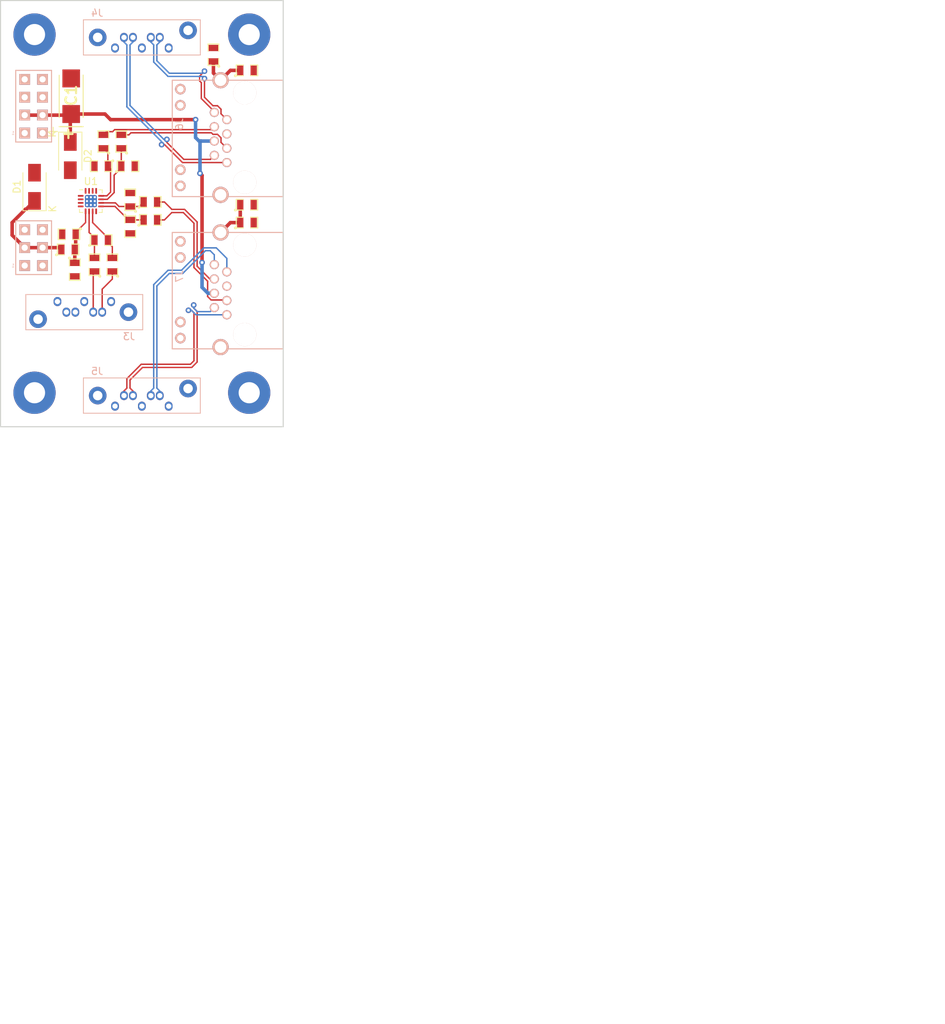
<source format=kicad_pcb>
(kicad_pcb (version 20200628) (host pcbnew "(5.99.0-2251-g5226d6b4d)")

  (general
    (thickness 1.6)
    (drawings 4)
    (tracks 211)
    (modules 33)
    (nets 38)
  )

  (paper "A4")
  (title_block
    (title "NAME")
    (date "%d. %m. %Y")
    (rev "REV")
    (company "Mlab www.mlab.cz")
    (comment 1 "VERSION")
    (comment 2 "Short description\\nTwo lines are maximum")
    (comment 3 "nickname <email@example.com>")
  )

  (layers
    (0 "F.Cu" signal)
    (31 "B.Cu" signal)
    (34 "B.Paste" user)
    (35 "F.Paste" user)
    (36 "B.SilkS" user)
    (37 "F.SilkS" user)
    (38 "B.Mask" user)
    (39 "F.Mask" user)
    (44 "Edge.Cuts" user)
    (45 "Margin" user)
    (46 "B.CrtYd" user)
    (47 "F.CrtYd" user)
    (48 "B.Fab" user)
    (49 "F.Fab" user)
  )

  (setup
    (stackup
      (layer "F.SilkS" (type "Top Silk Screen"))
      (layer "F.Paste" (type "Top Solder Paste"))
      (layer "F.Mask" (type "Top Solder Mask") (color "Green") (thickness 0.01))
      (layer "F.Cu" (type "copper") (thickness 0.035))
      (layer "dielectric 1" (type "core") (thickness 1.51) (material "FR4") (epsilon_r 4.5) (loss_tangent 0.02))
      (layer "B.Cu" (type "copper") (thickness 0.035))
      (layer "B.Mask" (type "Bottom Solder Mask") (color "Green") (thickness 0.01))
      (layer "B.Paste" (type "Bottom Solder Paste"))
      (layer "B.SilkS" (type "Bottom Silk Screen"))
      (copper_finish "None")
      (dielectric_constraints no)
    )
    (pcbplotparams
      (layerselection 0x00030_80000001)
      (usegerberextensions false)
      (usegerberattributes false)
      (usegerberadvancedattributes false)
      (creategerberjobfile false)
      (svguseinch false)
      (svgprecision 6)
      (excludeedgelayer true)
      (linewidth 0.100000)
      (plotframeref false)
      (viasonmask false)
      (mode 1)
      (useauxorigin false)
      (hpglpennumber 1)
      (hpglpenspeed 20)
      (hpglpendiameter 15.000000)
      (psnegative false)
      (psa4output false)
      (plotreference true)
      (plotvalue true)
      (plotinvisibletext false)
      (sketchpadsonfab false)
      (subtractmaskfromsilk false)
      (outputformat 1)
      (mirror false)
      (drillshape 1)
      (scaleselection 1)
      (outputdirectory "")
    )
  )

  (net 0 "")
  (net 1 "VCC")
  (net 2 "GND")
  (net 3 "+3V3")
  (net 4 "Net-(C3-Pad1)")
  (net 5 "Net-(C3-Pad2)")
  (net 6 "Net-(C4-Pad1)")
  (net 7 "Net-(C4-Pad2)")
  (net 8 "Net-(C6-Pad1)")
  (net 9 "/CLKOUT0_P")
  (net 10 "Net-(C7-Pad1)")
  (net 11 "/CLKOUT0_N")
  (net 12 "Net-(C8-Pad1)")
  (net 13 "/CLKOUT1_P")
  (net 14 "Net-(C9-Pad1)")
  (net 15 "/CLKOUT1_N")
  (net 16 "Net-(C10-Pad1)")
  (net 17 "Net-(C11-Pad1)")
  (net 18 "Net-(D1-Pad1)")
  (net 19 "Net-(J3-Pad5)")
  (net 20 "Net-(J3-Pad6)")
  (net 21 "/ADC1_P")
  (net 22 "/ADC1_N")
  (net 23 "/ADC2_P")
  (net 24 "/ADC2_N")
  (net 25 "/ADC3_P")
  (net 26 "/ADC3_N")
  (net 27 "/ADC4_P")
  (net 28 "/ADC4_N")
  (net 29 "Net-(J6-Pad12)")
  (net 30 "Net-(J6-Pad11)")
  (net 31 "Net-(J6-Pad10)")
  (net 32 "Net-(J6-Pad9)")
  (net 33 "Net-(J7-Pad12)")
  (net 34 "Net-(J7-Pad11)")
  (net 35 "Net-(J7-Pad10)")
  (net 36 "Net-(J7-Pad9)")
  (net 37 "Net-(M4-Pad1)")

  (module "Mlab_R:SMD-0805" (layer "F.Cu") (tedit 5C6D150A) (tstamp 77ef31c2-0956-41ea-a482-311906180b84)
    (at 35.2425 -50.8)
    (path "/f4f47949-5fb2-4d09-8955-c9d4c1d5f9a9")
    (attr smd)
    (fp_text reference "R6" (at 0 -0.3175) (layer "F.Fab")
      (effects (font (size 0.50038 0.50038) (thickness 0.10922)))
    )
    (fp_text value "1k" (at 0.127 0.381) (layer "F.Fab")
      (effects (font (size 0.50038 0.50038) (thickness 0.10922)))
    )
    (fp_line (start 1.524 0.762) (end 0.508 0.762) (layer "F.SilkS") (width 0.15))
    (fp_line (start 1.524 -0.762) (end 1.524 0.762) (layer "F.SilkS") (width 0.15))
    (fp_line (start 0.508 -0.762) (end 1.524 -0.762) (layer "F.SilkS") (width 0.15))
    (fp_line (start -0.508 0.762) (end -1.524 0.762) (layer "F.SilkS") (width 0.15))
    (fp_line (start -1.524 0.762) (end -1.524 -0.762) (layer "F.Fab") (width 0.15))
    (fp_line (start -1.524 -0.762) (end -0.508 -0.762) (layer "F.Fab") (width 0.15))
    (fp_circle (center -1.651 0.762) (end -1.651 0.635) (layer "F.SilkS") (width 0.15))
    (fp_line (start -0.508 0.762) (end -1.524 0.762) (layer "F.Fab") (width 0.15))
    (fp_line (start -1.524 0.762) (end -1.524 -0.762) (layer "F.SilkS") (width 0.15))
    (fp_line (start -1.524 -0.762) (end -0.508 -0.762) (layer "F.SilkS") (width 0.15))
    (fp_line (start 0.508 -0.762) (end 1.524 -0.762) (layer "F.Fab") (width 0.15))
    (fp_line (start 1.524 -0.762) (end 1.524 0.762) (layer "F.Fab") (width 0.15))
    (fp_line (start 1.524 0.762) (end 0.508 0.762) (layer "F.Fab") (width 0.15))
    (pad "1" smd rect (at -0.9525 0) (size 0.889 1.397) (layers "F.Cu" "F.Paste" "F.Mask")
      (net 16 "Net-(C10-Pad1)") (tstamp 710fea14-80f4-445e-b1d7-d403a0e654a2))
    (pad "2" smd rect (at 0.9525 0) (size 0.889 1.397) (layers "F.Cu" "F.Paste" "F.Mask")
      (net 2 "GND") (tstamp a68b2e9e-5fc8-403e-b994-72c17bf2ce22))
    (model "${KISYS3DMOD}/Resistor_SMD.3dshapes/R_0805_2012Metric.wrl"
      (at (xyz 0 0 0))
      (scale (xyz 1 1 1))
      (rotate (xyz 0 0 0))
    )
  )

  (module "Mlab_D:Diode-SMA_Standard" (layer "F.Cu") (tedit 5B41EAA8) (tstamp fae58398-a1af-42e5-870e-d1ee34b35d52)
    (at 5.08 -34.29 90)
    (descr "Diode SMA (DO-214AC)")
    (tags "Diode SMA (DO-214AC)")
    (path "/dce30a7b-f7cb-4695-81d2-215d214d3e64")
    (attr smd)
    (fp_text reference "D1" (at 0 -2.5 90) (layer "F.SilkS")
      (effects (font (size 1 1) (thickness 0.15)))
    )
    (fp_text value "M4" (at 0 2.6 90) (layer "F.Fab")
      (effects (font (size 1 1) (thickness 0.15)))
    )
    (fp_text user "K" (at -3.1242 2.5654 90) (layer "F.SilkS")
      (effects (font (size 1 1) (thickness 0.15)))
    )
    (fp_line (start -3.4 -1.65) (end 2 -1.65) (layer "F.SilkS") (width 0.12))
    (fp_line (start -3.4 1.65) (end 2 1.65) (layer "F.SilkS") (width 0.12))
    (fp_line (start -0.64944 0.00102) (end 0.50118 -0.79908) (layer "F.Fab") (width 0.1))
    (fp_line (start -0.64944 0.00102) (end 0.50118 0.75032) (layer "F.Fab") (width 0.1))
    (fp_line (start 0.50118 0.75032) (end 0.50118 -0.79908) (layer "F.Fab") (width 0.1))
    (fp_line (start -0.64944 -0.79908) (end -0.64944 0.80112) (layer "F.Fab") (width 0.1))
    (fp_line (start 0.50118 0.00102) (end 1.4994 0.00102) (layer "F.Fab") (width 0.1))
    (fp_line (start -0.64944 0.00102) (end -1.55114 0.00102) (layer "F.Fab") (width 0.1))
    (fp_line (start -3.5 1.75) (end -3.5 -1.75) (layer "F.CrtYd") (width 0.05))
    (fp_line (start 3.5 1.75) (end -3.5 1.75) (layer "F.CrtYd") (width 0.05))
    (fp_line (start 3.5 -1.75) (end 3.5 1.75) (layer "F.CrtYd") (width 0.05))
    (fp_line (start -3.5 -1.75) (end 3.5 -1.75) (layer "F.CrtYd") (width 0.05))
    (fp_line (start 2.3 -1.5) (end -2.3 -1.5) (layer "F.Fab") (width 0.1))
    (fp_line (start 2.3 -1.5) (end 2.3 1.5) (layer "F.Fab") (width 0.1))
    (fp_line (start -2.3 1.5) (end -2.3 -1.5) (layer "F.Fab") (width 0.1))
    (fp_line (start 2.3 1.5) (end -2.3 1.5) (layer "F.Fab") (width 0.1))
    (fp_line (start -3.4 -1.65) (end -3.4 1.65) (layer "F.SilkS") (width 0.12))
    (fp_text user "${REFERENCE}" (at 0 -2.5 90) (layer "F.Fab")
      (effects (font (size 1 1) (thickness 0.15)))
    )
    (pad "2" smd rect (at 2 0 90) (size 2.5 1.8) (layers "F.Cu" "F.Paste" "F.Mask")
      (net 2 "GND") (pinfunction "A") (tstamp d7ad9a8c-ca62-45f4-a8ff-b134ce00bfb1))
    (pad "1" smd rect (at -2 0 90) (size 2.5 1.8) (layers "F.Cu" "F.Paste" "F.Mask")
      (net 18 "Net-(D1-Pad1)") (pinfunction "K") (tstamp c5d4f3eb-42cb-49db-aa53-360f7f9870c4))
    (model "${KISYS3DMOD}/Diode_SMD.3dshapes/D_SMA.wrl"
      (at (xyz 0 0 0))
      (scale (xyz 1 1 1))
      (rotate (xyz 0 0 0))
    )
  )

  (module "Mlab_Mechanical:MountingHole_3mm" placed (layer "F.Cu") (tedit 5A99DD0D) (tstamp af42f431-c286-476f-8773-62248d96dca4)
    (at 5.08 -55.88)
    (descr "Mounting hole, Befestigungsbohrung, 3mm, No Annular, Kein Restring,")
    (tags "Mounting hole, Befestigungsbohrung, 3mm, No Annular, Kein Restring,")
    (path "/e88feb21-a600-4229-a683-ed074512ff7d")
    (fp_text reference "M2" (at 0 -4.191) (layer "F.SilkS") hide
      (effects (font (size 1.524 1.524) (thickness 0.3048)))
    )
    (fp_text value "HOLE" (at 0 4.191) (layer "F.SilkS") hide
      (effects (font (size 1.524 1.524) (thickness 0.3048)))
    )
    (fp_circle (center 0 0) (end 2.99974 0) (layer "Cmts.User") (width 0.381))
    (pad "1" thru_hole circle (at 0 0) (size 6 6) (drill 3) (layers *.Cu *.Adhes *.Mask)
      (net 2 "GND") (clearance 1) (zone_connect 2) (tstamp 77197ebe-762f-4e10-94c7-c3e37bea41bf))
    (model "${MLAB}/src/3d/mechanical/m3_komplet.step"
      (at (xyz 0 0 0))
      (scale (xyz 1 1 1))
      (rotate (xyz 0 0 0))
    )
  )

  (module "Mlab_CON:RJHSE-5384(RJ45)" (layer "B.Cu") (tedit 56B1E39D) (tstamp 61e935c7-6fb1-42f2-b04d-78311258dc51)
    (at 34.925 -47.625 -90)
    (path "/05964efa-52d7-4c9f-8ad1-a120a7c5a248")
    (fp_text reference "J6" (at 4.445 9.271 -90) (layer "B.SilkS")
      (effects (font (size 1 1) (thickness 0.15)) (justify mirror))
    )
    (fp_text value "RJ45_RJHSE-5384" (at 6.4516 -4.1275 -90) (layer "B.Fab") hide
      (effects (font (size 1 1) (thickness 0.15)) (justify mirror))
    )
    (fp_line (start 14.73 10.29) (end -1.78 10.29) (layer "B.SilkS") (width 0.15))
    (fp_line (start 14.73 -5.46) (end 14.73 10.29) (layer "B.SilkS") (width 0.15))
    (fp_line (start -1.78 -5.46) (end 14.73 -5.46) (layer "B.SilkS") (width 0.15))
    (fp_line (start -1.78 10.27) (end -1.78 -5.46) (layer "B.SilkS") (width 0.15))
    (pad "12" thru_hole circle (at -0.51 9.14 270) (size 1.5 1.5) (drill 0.93) (layers *.Cu *.Mask "B.SilkS")
      (net 29 "Net-(J6-Pad12)") (pinfunction "D1_A") (tstamp 874e8577-e04e-413b-a657-5ee1a17e73df))
    (pad "11" thru_hole circle (at 1.78 9.14 270) (size 1.5 1.5) (drill 0.93) (layers *.Cu *.Mask "B.SilkS")
      (net 30 "Net-(J6-Pad11)") (pinfunction "D1_K") (tstamp f115c94c-da34-4937-884b-c732724f39a7))
    (pad "10" thru_hole circle (at 10.92 9.14 270) (size 1.5 1.5) (drill 0.93) (layers *.Cu *.Mask "B.SilkS")
      (net 31 "Net-(J6-Pad10)") (pinfunction "D2_A") (tstamp 46421cbf-ab9c-44a8-be25-10b920c4cd1a))
    (pad "9" thru_hole circle (at 13.21 9.14 270) (size 1.5 1.5) (drill 0.93) (layers *.Cu *.Mask "B.SilkS")
      (net 32 "Net-(J6-Pad9)") (pinfunction "D2_K") (tstamp 8b4d3ca5-0c56-41cb-a793-997966182e84))
    (pad "2" thru_hole circle (at 8.88 4.32 270) (size 1.3 1.3) (drill 0.93) (layers *.Cu *.Mask "B.SilkS")
      (net 22 "/ADC1_N") (tstamp 2fcb4776-8cf2-4487-9530-eeb7adb1f9f3))
    (pad "4" thru_hole circle (at 6.85 4.32 270) (size 1.3 1.3) (drill 0.93) (layers *.Cu *.Mask "B.SilkS")
      (net 1 "VCC") (tstamp 5f3e9322-d626-4bcc-8a30-588421af83cc))
    (pad "6" thru_hole circle (at 4.82 4.32 270) (size 1.3 1.3) (drill 0.93) (layers *.Cu *.Mask "B.SilkS")
      (net 11 "/CLKOUT0_N") (tstamp cb2a7cf4-2ce9-4982-97c7-db4e7c1a8535))
    (pad "8" thru_hole circle (at 2.79 4.32 270) (size 1.3 1.3) (drill 0.93) (layers *.Cu *.Mask "B.SilkS")
      (net 24 "/ADC2_N") (tstamp 25b89526-965e-4960-95bc-6e01fbed1d22))
    (pad "1" thru_hole circle (at 9.9 2.54 270) (size 1.3 1.3) (drill 0.93) (layers *.Cu *.Mask "B.SilkS")
      (net 21 "/ADC1_P") (tstamp e7c12a99-a174-4126-a0ff-d427b5f13f80))
    (pad "3" thru_hole circle (at 7.87 2.54 270) (size 1.3 1.3) (drill 0.93) (layers *.Cu *.Mask "B.SilkS")
      (net 9 "/CLKOUT0_P") (tstamp b358531c-b7a8-4c0a-bc26-7564f6f20402))
    (pad "5" thru_hole circle (at 5.84 2.54 270) (size 1.3 1.3) (drill 0.93) (layers *.Cu *.Mask "B.SilkS")
      (net 2 "GND") (tstamp 154f1ace-3e60-4ac5-ab88-b398d0af12a6))
    (pad "7" thru_hole circle (at 3.81 2.54 270) (size 1.3 1.3) (drill 0.93) (layers *.Cu *.Mask "B.SilkS")
      (net 23 "/ADC2_P") (tstamp 83df0691-20ff-49e9-a17f-3c4560ead618))
    (pad "13" thru_hole circle (at -1.78 3.43 270) (size 2.3 2.3) (drill 1.65) (layers *.Cu *.Mask "B.SilkS")
      (net 16 "Net-(C10-Pad1)") (pinfunction "SHIELD") (tstamp 0b025f7f-9c52-4ab2-8348-589e61584aef))
    (pad "14" thru_hole circle (at 14.48 3.43 270) (size 2.3 2.3) (drill 1.65) (layers *.Cu *.Mask "B.SilkS") (tstamp 6090bbb2-cabe-457a-8333-f38191b8868a))
    (pad "" np_thru_hole circle (at 12.7 0 270) (size 3.3 3.3) (drill 3.3) (layers *.Cu *.Mask "B.SilkS") (tstamp 9e18acbd-3935-4304-912a-a87097b4f0b7))
    (pad "" np_thru_hole circle (at 0 0 270) (size 3.3 3.3) (drill 3.3) (layers *.Cu *.Mask "B.SilkS") (tstamp 4d298bd3-b499-46aa-af54-647334520f29))
  )

  (module "Package_DFN_QFN:QFN-16-1EP_3x3mm_P0.5mm_EP1.7x1.7mm_ThermalVias" (layer "F.Cu") (tedit 5C181567) (tstamp c8e22606-9b31-4964-87cf-3dffff02f15e)
    (at 13.081 -32.258)
    (descr "QFN, 16 Pin (http://www.cypress.com/file/46236/download), generated with kicad-footprint-generator ipc_dfn_qfn_generator.py")
    (tags "QFN DFN_QFN")
    (path "/5a5da92f-8bf6-47d4-bc08-b706fc50ea87")
    (attr smd)
    (fp_text reference "U1" (at 0 -2.8) (layer "F.SilkS")
      (effects (font (size 1 1) (thickness 0.15)))
    )
    (fp_text value "Si53322" (at 0 2.8) (layer "F.Fab")
      (effects (font (size 1 1) (thickness 0.15)))
    )
    (fp_text user "${REFERENCE}" (at 0 0) (layer "F.Fab")
      (effects (font (size 0.75 0.75) (thickness 0.11)))
    )
    (fp_line (start 2.1 -2.1) (end -2.1 -2.1) (layer "F.CrtYd") (width 0.05))
    (fp_line (start 2.1 2.1) (end 2.1 -2.1) (layer "F.CrtYd") (width 0.05))
    (fp_line (start -2.1 2.1) (end 2.1 2.1) (layer "F.CrtYd") (width 0.05))
    (fp_line (start -2.1 -2.1) (end -2.1 2.1) (layer "F.CrtYd") (width 0.05))
    (fp_line (start -1.5 -0.75) (end -0.75 -1.5) (layer "F.Fab") (width 0.1))
    (fp_line (start -1.5 1.5) (end -1.5 -0.75) (layer "F.Fab") (width 0.1))
    (fp_line (start 1.5 1.5) (end -1.5 1.5) (layer "F.Fab") (width 0.1))
    (fp_line (start 1.5 -1.5) (end 1.5 1.5) (layer "F.Fab") (width 0.1))
    (fp_line (start -0.75 -1.5) (end 1.5 -1.5) (layer "F.Fab") (width 0.1))
    (fp_line (start -1.135 -1.61) (end -1.61 -1.61) (layer "F.SilkS") (width 0.12))
    (fp_line (start 1.61 1.61) (end 1.61 1.135) (layer "F.SilkS") (width 0.12))
    (fp_line (start 1.135 1.61) (end 1.61 1.61) (layer "F.SilkS") (width 0.12))
    (fp_line (start -1.61 1.61) (end -1.61 1.135) (layer "F.SilkS") (width 0.12))
    (fp_line (start -1.135 1.61) (end -1.61 1.61) (layer "F.SilkS") (width 0.12))
    (fp_line (start 1.61 -1.61) (end 1.61 -1.135) (layer "F.SilkS") (width 0.12))
    (fp_line (start 1.135 -1.61) (end 1.61 -1.61) (layer "F.SilkS") (width 0.12))
    (pad "16" smd roundrect (at -0.75 -1.45) (size 0.25 0.8) (layers "F.Cu" "F.Paste" "F.Mask") (roundrect_rratio 0.25) (tstamp e89aee3f-7667-4694-810b-9c8e93774394))
    (pad "15" smd roundrect (at -0.25 -1.45) (size 0.25 0.8) (layers "F.Cu" "F.Paste" "F.Mask") (roundrect_rratio 0.25) (tstamp dc77a70c-a741-463b-9b82-5a64381cfa81))
    (pad "14" smd roundrect (at 0.25 -1.45) (size 0.25 0.8) (layers "F.Cu" "F.Paste" "F.Mask") (roundrect_rratio 0.25) (tstamp 1e5db18c-7694-4008-898d-4775b3845fa1))
    (pad "13" smd roundrect (at 0.75 -1.45) (size 0.25 0.8) (layers "F.Cu" "F.Paste" "F.Mask") (roundrect_rratio 0.25) (tstamp 8125b124-3d08-4487-88f6-61e08d010574))
    (pad "12" smd roundrect (at 1.45 -0.75) (size 0.8 0.25) (layers "F.Cu" "F.Paste" "F.Mask") (roundrect_rratio 0.25)
      (net 14 "Net-(C9-Pad1)") (pinfunction "Q1b") (tstamp 1c45061f-9b37-41ea-ac4e-03a9198bdef6))
    (pad "11" smd roundrect (at 1.45 -0.25) (size 0.8 0.25) (layers "F.Cu" "F.Paste" "F.Mask") (roundrect_rratio 0.25)
      (net 12 "Net-(C8-Pad1)") (pinfunction "Q1") (tstamp 2edfc466-90db-42c6-8938-b5e65875b9fe))
    (pad "10" smd roundrect (at 1.45 0.25) (size 0.8 0.25) (layers "F.Cu" "F.Paste" "F.Mask") (roundrect_rratio 0.25)
      (net 10 "Net-(C7-Pad1)") (pinfunction "Q0b") (tstamp 8f319a81-1cd0-4ace-9672-600f3aa236d4))
    (pad "9" smd roundrect (at 1.45 0.75) (size 0.8 0.25) (layers "F.Cu" "F.Paste" "F.Mask") (roundrect_rratio 0.25)
      (net 8 "Net-(C6-Pad1)") (pinfunction "Q0") (tstamp 87a6b475-019e-450f-8d81-c8fc50e42cd7))
    (pad "8" smd roundrect (at 0.75 1.45) (size 0.25 0.8) (layers "F.Cu" "F.Paste" "F.Mask") (roundrect_rratio 0.25) (tstamp 814f9921-08a8-4318-87f6-a30ab5f3307a))
    (pad "7" smd roundrect (at 0.25 1.45) (size 0.25 0.8) (layers "F.Cu" "F.Paste" "F.Mask") (roundrect_rratio 0.25)
      (net 7 "Net-(C4-Pad2)") (pinfunction "CLK0b") (tstamp 016b0c54-3f12-4230-bb96-f09f642884c9))
    (pad "6" smd roundrect (at -0.25 1.45) (size 0.25 0.8) (layers "F.Cu" "F.Paste" "F.Mask") (roundrect_rratio 0.25)
      (net 5 "Net-(C3-Pad2)") (pinfunction "CLK0") (tstamp 6fc32dc9-9192-4910-9ba9-1622afda3f60))
    (pad "5" smd roundrect (at -0.75 1.45) (size 0.25 0.8) (layers "F.Cu" "F.Paste" "F.Mask") (roundrect_rratio 0.25)
      (net 3 "+3V3") (pinfunction "VDD") (tstamp 83666482-4e21-4b56-9fa4-8583557e3b90))
    (pad "4" smd roundrect (at -1.45 0.75) (size 0.8 0.25) (layers "F.Cu" "F.Paste" "F.Mask") (roundrect_rratio 0.25) (tstamp 29427180-3fcd-4799-892a-bc86b92d1b89))
    (pad "3" smd roundrect (at -1.45 0.25) (size 0.8 0.25) (layers "F.Cu" "F.Paste" "F.Mask") (roundrect_rratio 0.25) (tstamp c1d73342-8d1f-4005-8b88-d70f3e0640f2))
    (pad "2" smd roundrect (at -1.45 -0.25) (size 0.8 0.25) (layers "F.Cu" "F.Paste" "F.Mask") (roundrect_rratio 0.25) (tstamp bef417a7-443c-4faf-a268-602f474a6408))
    (pad "1" smd roundrect (at -1.45 -0.75) (size 0.8 0.25) (layers "F.Cu" "F.Paste" "F.Mask") (roundrect_rratio 0.25)
      (net 2 "GND") (pinfunction "GND") (tstamp ff244a05-11fd-4479-9aac-55d76aeff7c9))
    (pad "" smd roundrect (at 0.425 0.425) (size 0.74 0.74) (layers "F.Paste") (roundrect_rratio 0.25) (tstamp b9b2b050-3fdf-4cda-b166-4b16f9dd6393))
    (pad "" smd roundrect (at 0.425 -0.425) (size 0.74 0.74) (layers "F.Paste") (roundrect_rratio 0.25) (tstamp 2e9de54f-a781-4364-9135-7d98134cc237))
    (pad "" smd roundrect (at -0.425 0.425) (size 0.74 0.74) (layers "F.Paste") (roundrect_rratio 0.25) (tstamp d0138075-a051-497c-913e-e7c1d051542d))
    (pad "" smd roundrect (at -0.425 -0.425) (size 0.74 0.74) (layers "F.Paste") (roundrect_rratio 0.25) (tstamp a8c07c5e-4184-4874-b9a6-4850c48e5143))
    (pad "17" smd roundrect (at 0 0) (size 1.7 1.7) (layers "B.Cu") (roundrect_rratio 0.147059)
      (net 2 "GND") (pinfunction "GND") (tstamp 5f275213-9431-4405-8521-3e1f2a63e922))
    (pad "17" thru_hole circle (at 0.55 0.55) (size 0.6 0.6) (drill 0.3) (layers *.Cu)
      (net 2 "GND") (pinfunction "GND") (tstamp 2ac654b0-546e-49b3-9b20-6f2560a1ffc4))
    (pad "17" thru_hole circle (at 0 0.55) (size 0.6 0.6) (drill 0.3) (layers *.Cu)
      (net 2 "GND") (pinfunction "GND") (tstamp 70e94aad-fcf8-4c68-bd5a-82ad905ec200))
    (pad "17" thru_hole circle (at -0.55 0.55) (size 0.6 0.6) (drill 0.3) (layers *.Cu)
      (net 2 "GND") (pinfunction "GND") (tstamp b0f68c99-a5e3-48bf-a7ee-6578efebcf17))
    (pad "17" thru_hole circle (at 0.55 0) (size 0.6 0.6) (drill 0.3) (layers *.Cu)
      (net 2 "GND") (pinfunction "GND") (tstamp 4e2078a9-920a-46ce-81cb-762b98bbd612))
    (pad "17" thru_hole circle (at 0 0) (size 0.6 0.6) (drill 0.3) (layers *.Cu)
      (net 2 "GND") (pinfunction "GND") (tstamp 6b059216-9978-4566-89e2-060adf81f3fe))
    (pad "17" thru_hole circle (at -0.55 0) (size 0.6 0.6) (drill 0.3) (layers *.Cu)
      (net 2 "GND") (pinfunction "GND") (tstamp 14e10083-9615-4425-af67-084704cc5fcf))
    (pad "17" thru_hole circle (at 0.55 -0.55) (size 0.6 0.6) (drill 0.3) (layers *.Cu)
      (net 2 "GND") (pinfunction "GND") (tstamp 24bd196a-a431-42c0-b27c-238db1f678d8))
    (pad "17" thru_hole circle (at 0 -0.55) (size 0.6 0.6) (drill 0.3) (layers *.Cu)
      (net 2 "GND") (pinfunction "GND") (tstamp ae777f0d-00be-4271-a11a-422d723be92f))
    (pad "17" thru_hole circle (at -0.55 -0.55) (size 0.6 0.6) (drill 0.3) (layers *.Cu)
      (net 2 "GND") (pinfunction "GND") (tstamp b68592c5-1d0a-4712-a629-61f2f795a4f3))
    (pad "17" smd roundrect (at 0 0) (size 1.7 1.7) (layers "F.Cu" "F.Mask") (roundrect_rratio 0.147059)
      (net 2 "GND") (pinfunction "GND") (tstamp 7095a0c4-7e98-4249-97ee-297c7a237a20))
    (model "${KISYS3DMOD}/Package_DFN_QFN.3dshapes/QFN-16-1EP_3x3mm_P0.5mm_EP1.7x1.7mm.wrl"
      (at (xyz 0 0 0))
      (scale (xyz 1 1 1))
      (rotate (xyz 0 0 0))
    )
  )

  (module "Mlab_R:SMD-0805" (layer "F.Cu") (tedit 5C6D150A) (tstamp cd7c8398-8aba-4f3f-b4b4-0120fc5369cc)
    (at 35.2425 -29.21)
    (path "/1b33182f-6803-4f36-ac8f-acd1f2e4aeda")
    (attr smd)
    (fp_text reference "R7" (at 0 -0.3175) (layer "F.Fab")
      (effects (font (size 0.50038 0.50038) (thickness 0.10922)))
    )
    (fp_text value "1k" (at 0.127 0.381) (layer "F.Fab")
      (effects (font (size 0.50038 0.50038) (thickness 0.10922)))
    )
    (fp_line (start 1.524 0.762) (end 0.508 0.762) (layer "F.SilkS") (width 0.15))
    (fp_line (start 1.524 -0.762) (end 1.524 0.762) (layer "F.SilkS") (width 0.15))
    (fp_line (start 0.508 -0.762) (end 1.524 -0.762) (layer "F.SilkS") (width 0.15))
    (fp_line (start -0.508 0.762) (end -1.524 0.762) (layer "F.SilkS") (width 0.15))
    (fp_line (start -1.524 0.762) (end -1.524 -0.762) (layer "F.Fab") (width 0.15))
    (fp_line (start -1.524 -0.762) (end -0.508 -0.762) (layer "F.Fab") (width 0.15))
    (fp_circle (center -1.651 0.762) (end -1.651 0.635) (layer "F.SilkS") (width 0.15))
    (fp_line (start -0.508 0.762) (end -1.524 0.762) (layer "F.Fab") (width 0.15))
    (fp_line (start -1.524 0.762) (end -1.524 -0.762) (layer "F.SilkS") (width 0.15))
    (fp_line (start -1.524 -0.762) (end -0.508 -0.762) (layer "F.SilkS") (width 0.15))
    (fp_line (start 0.508 -0.762) (end 1.524 -0.762) (layer "F.Fab") (width 0.15))
    (fp_line (start 1.524 -0.762) (end 1.524 0.762) (layer "F.Fab") (width 0.15))
    (fp_line (start 1.524 0.762) (end 0.508 0.762) (layer "F.Fab") (width 0.15))
    (pad "1" smd rect (at -0.9525 0) (size 0.889 1.397) (layers "F.Cu" "F.Paste" "F.Mask")
      (net 17 "Net-(C11-Pad1)") (tstamp 710fea14-80f4-445e-b1d7-d403a0e654a2))
    (pad "2" smd rect (at 0.9525 0) (size 0.889 1.397) (layers "F.Cu" "F.Paste" "F.Mask")
      (net 2 "GND") (tstamp a68b2e9e-5fc8-403e-b994-72c17bf2ce22))
    (model "${KISYS3DMOD}/Resistor_SMD.3dshapes/R_0805_2012Metric.wrl"
      (at (xyz 0 0 0))
      (scale (xyz 1 1 1))
      (rotate (xyz 0 0 0))
    )
  )

  (module "Mlab_R:SMD-0805" (layer "F.Cu") (tedit 5C6D150A) (tstamp ce4589ed-2610-48e9-b639-31e5573a54af)
    (at 14.5415 -37.211 180)
    (path "/728201c7-a2b5-4924-a7ea-2939811ab8c6")
    (attr smd)
    (fp_text reference "R5" (at 0 -0.3175) (layer "F.Fab")
      (effects (font (size 0.50038 0.50038) (thickness 0.10922)))
    )
    (fp_text value "130R" (at 0.127 0.381) (layer "F.Fab")
      (effects (font (size 0.50038 0.50038) (thickness 0.10922)))
    )
    (fp_line (start 1.524 0.762) (end 0.508 0.762) (layer "F.SilkS") (width 0.15))
    (fp_line (start 1.524 -0.762) (end 1.524 0.762) (layer "F.SilkS") (width 0.15))
    (fp_line (start 0.508 -0.762) (end 1.524 -0.762) (layer "F.SilkS") (width 0.15))
    (fp_line (start -0.508 0.762) (end -1.524 0.762) (layer "F.SilkS") (width 0.15))
    (fp_line (start -1.524 0.762) (end -1.524 -0.762) (layer "F.Fab") (width 0.15))
    (fp_line (start -1.524 -0.762) (end -0.508 -0.762) (layer "F.Fab") (width 0.15))
    (fp_circle (center -1.651 0.762) (end -1.651 0.635) (layer "F.SilkS") (width 0.15))
    (fp_line (start -0.508 0.762) (end -1.524 0.762) (layer "F.Fab") (width 0.15))
    (fp_line (start -1.524 0.762) (end -1.524 -0.762) (layer "F.SilkS") (width 0.15))
    (fp_line (start -1.524 -0.762) (end -0.508 -0.762) (layer "F.SilkS") (width 0.15))
    (fp_line (start 0.508 -0.762) (end 1.524 -0.762) (layer "F.Fab") (width 0.15))
    (fp_line (start 1.524 -0.762) (end 1.524 0.762) (layer "F.Fab") (width 0.15))
    (fp_line (start 1.524 0.762) (end 0.508 0.762) (layer "F.Fab") (width 0.15))
    (pad "1" smd rect (at -0.9525 0 180) (size 0.889 1.397) (layers "F.Cu" "F.Paste" "F.Mask")
      (net 14 "Net-(C9-Pad1)") (tstamp 710fea14-80f4-445e-b1d7-d403a0e654a2))
    (pad "2" smd rect (at 0.9525 0 180) (size 0.889 1.397) (layers "F.Cu" "F.Paste" "F.Mask")
      (net 2 "GND") (tstamp a68b2e9e-5fc8-403e-b994-72c17bf2ce22))
    (model "${KISYS3DMOD}/Resistor_SMD.3dshapes/R_0805_2012Metric.wrl"
      (at (xyz 0 0 0))
      (scale (xyz 1 1 1))
      (rotate (xyz 0 0 0))
    )
  )

  (module "Mlab_R:SMD-0805" (layer "F.Cu") (tedit 5C6D150A) (tstamp 6c783470-4fca-42cf-aea3-99222a4999e2)
    (at 18.3515 -37.211)
    (path "/1084e988-c460-47ac-adf8-7fae8a46cda1")
    (attr smd)
    (fp_text reference "R4" (at 0 -0.3175) (layer "F.Fab")
      (effects (font (size 0.50038 0.50038) (thickness 0.10922)))
    )
    (fp_text value "130R" (at 0.127 0.381) (layer "F.Fab")
      (effects (font (size 0.50038 0.50038) (thickness 0.10922)))
    )
    (fp_line (start 1.524 0.762) (end 0.508 0.762) (layer "F.SilkS") (width 0.15))
    (fp_line (start 1.524 -0.762) (end 1.524 0.762) (layer "F.SilkS") (width 0.15))
    (fp_line (start 0.508 -0.762) (end 1.524 -0.762) (layer "F.SilkS") (width 0.15))
    (fp_line (start -0.508 0.762) (end -1.524 0.762) (layer "F.SilkS") (width 0.15))
    (fp_line (start -1.524 0.762) (end -1.524 -0.762) (layer "F.Fab") (width 0.15))
    (fp_line (start -1.524 -0.762) (end -0.508 -0.762) (layer "F.Fab") (width 0.15))
    (fp_circle (center -1.651 0.762) (end -1.651 0.635) (layer "F.SilkS") (width 0.15))
    (fp_line (start -0.508 0.762) (end -1.524 0.762) (layer "F.Fab") (width 0.15))
    (fp_line (start -1.524 0.762) (end -1.524 -0.762) (layer "F.SilkS") (width 0.15))
    (fp_line (start -1.524 -0.762) (end -0.508 -0.762) (layer "F.SilkS") (width 0.15))
    (fp_line (start 0.508 -0.762) (end 1.524 -0.762) (layer "F.Fab") (width 0.15))
    (fp_line (start 1.524 -0.762) (end 1.524 0.762) (layer "F.Fab") (width 0.15))
    (fp_line (start 1.524 0.762) (end 0.508 0.762) (layer "F.Fab") (width 0.15))
    (pad "1" smd rect (at -0.9525 0) (size 0.889 1.397) (layers "F.Cu" "F.Paste" "F.Mask")
      (net 12 "Net-(C8-Pad1)") (tstamp 710fea14-80f4-445e-b1d7-d403a0e654a2))
    (pad "2" smd rect (at 0.9525 0) (size 0.889 1.397) (layers "F.Cu" "F.Paste" "F.Mask")
      (net 2 "GND") (tstamp a68b2e9e-5fc8-403e-b994-72c17bf2ce22))
    (model "${KISYS3DMOD}/Resistor_SMD.3dshapes/R_0805_2012Metric.wrl"
      (at (xyz 0 0 0))
      (scale (xyz 1 1 1))
      (rotate (xyz 0 0 0))
    )
  )

  (module "Mlab_R:SMD-0805" (layer "F.Cu") (tedit 5C6D150A) (tstamp e51ae2a3-1da6-4407-9cb8-7a5edeecfeb2)
    (at 18.669 -32.4485 90)
    (path "/dfb7dd1a-7627-43eb-b83c-567051063389")
    (attr smd)
    (fp_text reference "R3" (at 0 -0.3175 90) (layer "F.Fab")
      (effects (font (size 0.50038 0.50038) (thickness 0.10922)))
    )
    (fp_text value "130R" (at 0.127 0.381 90) (layer "F.Fab")
      (effects (font (size 0.50038 0.50038) (thickness 0.10922)))
    )
    (fp_line (start 1.524 0.762) (end 0.508 0.762) (layer "F.SilkS") (width 0.15))
    (fp_line (start 1.524 -0.762) (end 1.524 0.762) (layer "F.SilkS") (width 0.15))
    (fp_line (start 0.508 -0.762) (end 1.524 -0.762) (layer "F.SilkS") (width 0.15))
    (fp_line (start -0.508 0.762) (end -1.524 0.762) (layer "F.SilkS") (width 0.15))
    (fp_line (start -1.524 0.762) (end -1.524 -0.762) (layer "F.Fab") (width 0.15))
    (fp_line (start -1.524 -0.762) (end -0.508 -0.762) (layer "F.Fab") (width 0.15))
    (fp_circle (center -1.651 0.762) (end -1.651 0.635) (layer "F.SilkS") (width 0.15))
    (fp_line (start -0.508 0.762) (end -1.524 0.762) (layer "F.Fab") (width 0.15))
    (fp_line (start -1.524 0.762) (end -1.524 -0.762) (layer "F.SilkS") (width 0.15))
    (fp_line (start -1.524 -0.762) (end -0.508 -0.762) (layer "F.SilkS") (width 0.15))
    (fp_line (start 0.508 -0.762) (end 1.524 -0.762) (layer "F.Fab") (width 0.15))
    (fp_line (start 1.524 -0.762) (end 1.524 0.762) (layer "F.Fab") (width 0.15))
    (fp_line (start 1.524 0.762) (end 0.508 0.762) (layer "F.Fab") (width 0.15))
    (pad "1" smd rect (at -0.9525 0 90) (size 0.889 1.397) (layers "F.Cu" "F.Paste" "F.Mask")
      (net 10 "Net-(C7-Pad1)") (tstamp 710fea14-80f4-445e-b1d7-d403a0e654a2))
    (pad "2" smd rect (at 0.9525 0 90) (size 0.889 1.397) (layers "F.Cu" "F.Paste" "F.Mask")
      (net 2 "GND") (tstamp a68b2e9e-5fc8-403e-b994-72c17bf2ce22))
    (model "${KISYS3DMOD}/Resistor_SMD.3dshapes/R_0805_2012Metric.wrl"
      (at (xyz 0 0 0))
      (scale (xyz 1 1 1))
      (rotate (xyz 0 0 0))
    )
  )

  (module "Mlab_R:SMD-0805" (layer "F.Cu") (tedit 5C6D150A) (tstamp 7c8e8f0f-01e0-4589-8790-954319108b99)
    (at 18.669 -28.6385 -90)
    (path "/4cb3f1c5-9cce-4f96-8620-ca75b8a1bd2d")
    (attr smd)
    (fp_text reference "R2" (at 0 -0.3175 90) (layer "F.Fab")
      (effects (font (size 0.50038 0.50038) (thickness 0.10922)))
    )
    (fp_text value "130R" (at 0.127 0.381 90) (layer "F.Fab")
      (effects (font (size 0.50038 0.50038) (thickness 0.10922)))
    )
    (fp_line (start 1.524 0.762) (end 0.508 0.762) (layer "F.SilkS") (width 0.15))
    (fp_line (start 1.524 -0.762) (end 1.524 0.762) (layer "F.SilkS") (width 0.15))
    (fp_line (start 0.508 -0.762) (end 1.524 -0.762) (layer "F.SilkS") (width 0.15))
    (fp_line (start -0.508 0.762) (end -1.524 0.762) (layer "F.SilkS") (width 0.15))
    (fp_line (start -1.524 0.762) (end -1.524 -0.762) (layer "F.Fab") (width 0.15))
    (fp_line (start -1.524 -0.762) (end -0.508 -0.762) (layer "F.Fab") (width 0.15))
    (fp_circle (center -1.651 0.762) (end -1.651 0.635) (layer "F.SilkS") (width 0.15))
    (fp_line (start -0.508 0.762) (end -1.524 0.762) (layer "F.Fab") (width 0.15))
    (fp_line (start -1.524 0.762) (end -1.524 -0.762) (layer "F.SilkS") (width 0.15))
    (fp_line (start -1.524 -0.762) (end -0.508 -0.762) (layer "F.SilkS") (width 0.15))
    (fp_line (start 0.508 -0.762) (end 1.524 -0.762) (layer "F.Fab") (width 0.15))
    (fp_line (start 1.524 -0.762) (end 1.524 0.762) (layer "F.Fab") (width 0.15))
    (fp_line (start 1.524 0.762) (end 0.508 0.762) (layer "F.Fab") (width 0.15))
    (pad "1" smd rect (at -0.9525 0 270) (size 0.889 1.397) (layers "F.Cu" "F.Paste" "F.Mask")
      (net 8 "Net-(C6-Pad1)") (tstamp 710fea14-80f4-445e-b1d7-d403a0e654a2))
    (pad "2" smd rect (at 0.9525 0 270) (size 0.889 1.397) (layers "F.Cu" "F.Paste" "F.Mask")
      (net 2 "GND") (tstamp a68b2e9e-5fc8-403e-b994-72c17bf2ce22))
    (model "${KISYS3DMOD}/Resistor_SMD.3dshapes/R_0805_2012Metric.wrl"
      (at (xyz 0 0 0))
      (scale (xyz 1 1 1))
      (rotate (xyz 0 0 0))
    )
  )

  (module "Mlab_R:SMD-0805" (layer "F.Cu") (tedit 5C6D150A) (tstamp 6877d73a-aebe-42db-ba13-374b2a22a803)
    (at 14.5415 -26.7335)
    (path "/e76191fd-5332-4ff2-8db9-68cbb413fea9")
    (attr smd)
    (fp_text reference "R1" (at 0 -0.3175) (layer "F.Fab")
      (effects (font (size 0.50038 0.50038) (thickness 0.10922)))
    )
    (fp_text value "100R" (at 0.127 0.381) (layer "F.Fab")
      (effects (font (size 0.50038 0.50038) (thickness 0.10922)))
    )
    (fp_line (start 1.524 0.762) (end 0.508 0.762) (layer "F.SilkS") (width 0.15))
    (fp_line (start 1.524 -0.762) (end 1.524 0.762) (layer "F.SilkS") (width 0.15))
    (fp_line (start 0.508 -0.762) (end 1.524 -0.762) (layer "F.SilkS") (width 0.15))
    (fp_line (start -0.508 0.762) (end -1.524 0.762) (layer "F.SilkS") (width 0.15))
    (fp_line (start -1.524 0.762) (end -1.524 -0.762) (layer "F.Fab") (width 0.15))
    (fp_line (start -1.524 -0.762) (end -0.508 -0.762) (layer "F.Fab") (width 0.15))
    (fp_circle (center -1.651 0.762) (end -1.651 0.635) (layer "F.SilkS") (width 0.15))
    (fp_line (start -0.508 0.762) (end -1.524 0.762) (layer "F.Fab") (width 0.15))
    (fp_line (start -1.524 0.762) (end -1.524 -0.762) (layer "F.SilkS") (width 0.15))
    (fp_line (start -1.524 -0.762) (end -0.508 -0.762) (layer "F.SilkS") (width 0.15))
    (fp_line (start 0.508 -0.762) (end 1.524 -0.762) (layer "F.Fab") (width 0.15))
    (fp_line (start 1.524 -0.762) (end 1.524 0.762) (layer "F.Fab") (width 0.15))
    (fp_line (start 1.524 0.762) (end 0.508 0.762) (layer "F.Fab") (width 0.15))
    (pad "1" smd rect (at -0.9525 0) (size 0.889 1.397) (layers "F.Cu" "F.Paste" "F.Mask")
      (net 5 "Net-(C3-Pad2)") (tstamp 710fea14-80f4-445e-b1d7-d403a0e654a2))
    (pad "2" smd rect (at 0.9525 0) (size 0.889 1.397) (layers "F.Cu" "F.Paste" "F.Mask")
      (net 7 "Net-(C4-Pad2)") (tstamp a68b2e9e-5fc8-403e-b994-72c17bf2ce22))
    (model "${KISYS3DMOD}/Resistor_SMD.3dshapes/R_0805_2012Metric.wrl"
      (at (xyz 0 0 0))
      (scale (xyz 1 1 1))
      (rotate (xyz 0 0 0))
    )
  )

  (module "Mlab_Mechanical:MountingHole_3mm" placed (layer "F.Cu") (tedit 5F316F9D) (tstamp f2813c5f-ca73-4ea3-b36c-4e5ea801dce9)
    (at 96.30524 81.30524)
    (descr "Mounting hole, Befestigungsbohrung, 3mm, No Annular, Kein Restring,")
    (tags "Mounting hole, Befestigungsbohrung, 3mm, No Annular, Kein Restring,")
    (path "/583e7e1e-a49f-4eab-8b5f-58547eebf972")
    (fp_text reference "M4" (at 0 -4.191) (layer "F.SilkS") hide
      (effects (font (size 1.524 1.524) (thickness 0.3048)))
    )
    (fp_text value "HOLE" (at 0 4.191) (layer "F.SilkS") hide
      (effects (font (size 1.524 1.524) (thickness 0.3048)))
    )
    (fp_circle (center 0 0) (end 2.99974 0) (layer "Cmts.User") (width 0.381))
    (pad "1" thru_hole circle (at -91.22524 -86.38524) (size 6 6) (drill 3) (layers *.Cu *.Adhes *.Mask)
      (net 37 "Net-(M4-Pad1)") (clearance 1) (zone_connect 2) (tstamp 6f12e42a-f91d-487e-97b2-4e71be910ede))
    (model "${MLAB}/src/3d/mechanical/m3_komplet.step"
      (at (xyz 0 0 0))
      (scale (xyz 1 1 1))
      (rotate (xyz 0 0 0))
    )
  )

  (module "Mlab_Mechanical:MountingHole_3mm" placed (layer "F.Cu") (tedit 5F316FE4) (tstamp 5bfa086b-cab5-4377-8a99-3c95b073d2e3)
    (at 131.15524 52.88524)
    (descr "Mounting hole, Befestigungsbohrung, 3mm, No Annular, Kein Restring,")
    (tags "Mounting hole, Befestigungsbohrung, 3mm, No Annular, Kein Restring,")
    (path "/2b45febd-ba2b-41cb-8055-482fcfb18c7d")
    (fp_text reference "M3" (at 0 -4.191) (layer "F.SilkS") hide
      (effects (font (size 1.524 1.524) (thickness 0.3048)))
    )
    (fp_text value "HOLE" (at 0 4.191) (layer "F.SilkS") hide
      (effects (font (size 1.524 1.524) (thickness 0.3048)))
    )
    (fp_circle (center 0 0) (end 2.99974 0) (layer "Cmts.User") (width 0.381))
    (pad "1" thru_hole circle (at -95.59524 -108.76524) (size 6 6) (drill 3) (layers *.Cu *.Adhes *.Mask)
      (net 2 "GND") (clearance 1) (zone_connect 2) (tstamp 6f12e42a-f91d-487e-97b2-4e71be910ede))
    (model "${MLAB}/src/3d/mechanical/m3_komplet.step"
      (at (xyz 0 0 0))
      (scale (xyz 1 1 1))
      (rotate (xyz 0 0 0))
    )
  )

  (module "Mlab_Mechanical:MountingHole_3mm" placed (layer "F.Cu") (tedit 5F316FCB) (tstamp d8a22aa9-e689-47ff-bae9-94843bb41061)
    (at 122.50524 58.78524)
    (descr "Mounting hole, Befestigungsbohrung, 3mm, No Annular, Kein Restring,")
    (tags "Mounting hole, Befestigungsbohrung, 3mm, No Annular, Kein Restring,")
    (path "/a1249bfc-12ea-44c6-846a-095fe8a66c4b")
    (fp_text reference "M1" (at 0 -4.191) (layer "F.SilkS") hide
      (effects (font (size 1.524 1.524) (thickness 0.3048)))
    )
    (fp_text value "HOLE" (at 0 4.191) (layer "F.SilkS") hide
      (effects (font (size 1.524 1.524) (thickness 0.3048)))
    )
    (fp_circle (center 0 0) (end 2.99974 0) (layer "Cmts.User") (width 0.381))
    (pad "1" thru_hole circle (at -86.94524 -63.86524) (size 6 6) (drill 3) (layers *.Cu *.Adhes *.Mask)
      (net 2 "GND") (clearance 1) (zone_connect 2) (tstamp 6f12e42a-f91d-487e-97b2-4e71be910ede))
    (model "${MLAB}/src/3d/mechanical/m3_komplet.step"
      (at (xyz 0 0 0))
      (scale (xyz 1 1 1))
      (rotate (xyz 0 0 0))
    )
  )

  (module "Mlab_R:SMD-0805" (layer "F.Cu") (tedit 5C6D150A) (tstamp 97ae8ae8-f1d8-4a1d-9006-49109acb5c06)
    (at 9.8425 -25.4)
    (path "/5013f691-3b04-444e-a692-2e31cc269606")
    (attr smd)
    (fp_text reference "L1" (at 0 -0.3175) (layer "F.Fab")
      (effects (font (size 0.50038 0.50038) (thickness 0.10922)))
    )
    (fp_text value "BLM21PG331SN1D" (at 0.127 0.381) (layer "F.Fab")
      (effects (font (size 0.50038 0.50038) (thickness 0.10922)))
    )
    (fp_line (start 1.524 0.762) (end 0.508 0.762) (layer "F.SilkS") (width 0.15))
    (fp_line (start 1.524 -0.762) (end 1.524 0.762) (layer "F.SilkS") (width 0.15))
    (fp_line (start 0.508 -0.762) (end 1.524 -0.762) (layer "F.SilkS") (width 0.15))
    (fp_line (start -0.508 0.762) (end -1.524 0.762) (layer "F.SilkS") (width 0.15))
    (fp_line (start -1.524 0.762) (end -1.524 -0.762) (layer "F.Fab") (width 0.15))
    (fp_line (start -1.524 -0.762) (end -0.508 -0.762) (layer "F.Fab") (width 0.15))
    (fp_circle (center -1.651 0.762) (end -1.651 0.635) (layer "F.SilkS") (width 0.15))
    (fp_line (start -0.508 0.762) (end -1.524 0.762) (layer "F.Fab") (width 0.15))
    (fp_line (start -1.524 0.762) (end -1.524 -0.762) (layer "F.SilkS") (width 0.15))
    (fp_line (start -1.524 -0.762) (end -0.508 -0.762) (layer "F.SilkS") (width 0.15))
    (fp_line (start 0.508 -0.762) (end 1.524 -0.762) (layer "F.Fab") (width 0.15))
    (fp_line (start 1.524 -0.762) (end 1.524 0.762) (layer "F.Fab") (width 0.15))
    (fp_line (start 1.524 0.762) (end 0.508 0.762) (layer "F.Fab") (width 0.15))
    (pad "1" smd rect (at -0.9525 0) (size 0.889 1.397) (layers "F.Cu" "F.Paste" "F.Mask")
      (net 18 "Net-(D1-Pad1)") (pinfunction "1") (tstamp 710fea14-80f4-445e-b1d7-d403a0e654a2))
    (pad "2" smd rect (at 0.9525 0) (size 0.889 1.397) (layers "F.Cu" "F.Paste" "F.Mask")
      (net 3 "+3V3") (pinfunction "2") (tstamp a68b2e9e-5fc8-403e-b994-72c17bf2ce22))
    (model "${KISYS3DMOD}/Resistor_SMD.3dshapes/R_0805_2012Metric.wrl"
      (at (xyz 0 0 0))
      (scale (xyz 1 1 1))
      (rotate (xyz 0 0 0))
    )
  )

  (module "Mlab_CON:RJHSE-5384(RJ45)" (layer "B.Cu") (tedit 56B1E39D) (tstamp 3117e56d-e243-436e-850d-e6d031e03d11)
    (at 34.925 -26.035 -90)
    (path "/efdc61f9-b472-449c-b6e5-fe57b0309ddd")
    (fp_text reference "J7" (at 4.445 9.271 -90) (layer "B.SilkS")
      (effects (font (size 1 1) (thickness 0.15)) (justify mirror))
    )
    (fp_text value "RJ45_RJHSE-5384" (at 6.4516 -4.1275 -90) (layer "B.Fab") hide
      (effects (font (size 1 1) (thickness 0.15)) (justify mirror))
    )
    (fp_line (start 14.73 10.29) (end -1.78 10.29) (layer "B.SilkS") (width 0.15))
    (fp_line (start 14.73 -5.46) (end 14.73 10.29) (layer "B.SilkS") (width 0.15))
    (fp_line (start -1.78 -5.46) (end 14.73 -5.46) (layer "B.SilkS") (width 0.15))
    (fp_line (start -1.78 10.27) (end -1.78 -5.46) (layer "B.SilkS") (width 0.15))
    (pad "12" thru_hole circle (at -0.51 9.14 270) (size 1.5 1.5) (drill 0.93) (layers *.Cu *.Mask "B.SilkS")
      (net 33 "Net-(J7-Pad12)") (pinfunction "D1_A") (tstamp 874e8577-e04e-413b-a657-5ee1a17e73df))
    (pad "11" thru_hole circle (at 1.78 9.14 270) (size 1.5 1.5) (drill 0.93) (layers *.Cu *.Mask "B.SilkS")
      (net 34 "Net-(J7-Pad11)") (pinfunction "D1_K") (tstamp f115c94c-da34-4937-884b-c732724f39a7))
    (pad "10" thru_hole circle (at 10.92 9.14 270) (size 1.5 1.5) (drill 0.93) (layers *.Cu *.Mask "B.SilkS")
      (net 35 "Net-(J7-Pad10)") (pinfunction "D2_A") (tstamp 46421cbf-ab9c-44a8-be25-10b920c4cd1a))
    (pad "9" thru_hole circle (at 13.21 9.14 270) (size 1.5 1.5) (drill 0.93) (layers *.Cu *.Mask "B.SilkS")
      (net 36 "Net-(J7-Pad9)") (pinfunction "D2_K") (tstamp 8b4d3ca5-0c56-41cb-a793-997966182e84))
    (pad "2" thru_hole circle (at 8.88 4.32 270) (size 1.3 1.3) (drill 0.93) (layers *.Cu *.Mask "B.SilkS")
      (net 26 "/ADC3_N") (tstamp 2fcb4776-8cf2-4487-9530-eeb7adb1f9f3))
    (pad "4" thru_hole circle (at 6.85 4.32 270) (size 1.3 1.3) (drill 0.93) (layers *.Cu *.Mask "B.SilkS")
      (net 1 "VCC") (tstamp 5f3e9322-d626-4bcc-8a30-588421af83cc))
    (pad "6" thru_hole circle (at 4.82 4.32 270) (size 1.3 1.3) (drill 0.93) (layers *.Cu *.Mask "B.SilkS")
      (net 15 "/CLKOUT1_N") (tstamp cb2a7cf4-2ce9-4982-97c7-db4e7c1a8535))
    (pad "8" thru_hole circle (at 2.79 4.32 270) (size 1.3 1.3) (drill 0.93) (layers *.Cu *.Mask "B.SilkS")
      (net 28 "/ADC4_N") (tstamp 25b89526-965e-4960-95bc-6e01fbed1d22))
    (pad "1" thru_hole circle (at 9.9 2.54 270) (size 1.3 1.3) (drill 0.93) (layers *.Cu *.Mask "B.SilkS")
      (net 25 "/ADC3_P") (tstamp e7c12a99-a174-4126-a0ff-d427b5f13f80))
    (pad "3" thru_hole circle (at 7.87 2.54 270) (size 1.3 1.3) (drill 0.93) (layers *.Cu *.Mask "B.SilkS")
      (net 13 "/CLKOUT1_P") (tstamp b358531c-b7a8-4c0a-bc26-7564f6f20402))
    (pad "5" thru_hole circle (at 5.84 2.54 270) (size 1.3 1.3) (drill 0.93) (layers *.Cu *.Mask "B.SilkS")
      (net 2 "GND") (tstamp 154f1ace-3e60-4ac5-ab88-b398d0af12a6))
    (pad "7" thru_hole circle (at 3.81 2.54 270) (size 1.3 1.3) (drill 0.93) (layers *.Cu *.Mask "B.SilkS")
      (net 27 "/ADC4_P") (tstamp 83df0691-20ff-49e9-a17f-3c4560ead618))
    (pad "13" thru_hole circle (at -1.78 3.43 270) (size 2.3 2.3) (drill 1.65) (layers *.Cu *.Mask "B.SilkS")
      (net 17 "Net-(C11-Pad1)") (pinfunction "SHIELD") (tstamp 0b025f7f-9c52-4ab2-8348-589e61584aef))
    (pad "14" thru_hole circle (at 14.48 3.43 270) (size 2.3 2.3) (drill 1.65) (layers *.Cu *.Mask "B.SilkS") (tstamp 6090bbb2-cabe-457a-8333-f38191b8868a))
    (pad "" np_thru_hole circle (at 12.7 0 270) (size 3.3 3.3) (drill 3.3) (layers *.Cu *.Mask "B.SilkS") (tstamp 9e18acbd-3935-4304-912a-a87097b4f0b7))
    (pad "" np_thru_hole circle (at 0 0 270) (size 3.3 3.3) (drill 3.3) (layers *.Cu *.Mask "B.SilkS") (tstamp 4d298bd3-b499-46aa-af54-647334520f29))
  )

  (module "Mlab_CON:SATA-7_THT_VERT_2" (layer "B.Cu") (tedit 5AA8FAC9) (tstamp 25fadcbb-5ec5-4bcf-a109-c145a7c17c3e)
    (at 16.51 -3.175 180)
    (path "/fedceef2-e605-454b-8aa8-411a421eb286")
    (fp_text reference "J5" (at 2.54 4.953) (layer "B.SilkS")
      (effects (font (size 1 1) (thickness 0.15)) (justify mirror))
    )
    (fp_text value "SATA7-67491-1030" (at -3.048 -2.286) (layer "B.Fab") hide
      (effects (font (size 1 1) (thickness 0.15)) (justify mirror))
    )
    (fp_line (start -12.11 4) (end 4.49 4) (layer "B.SilkS") (width 0.12))
    (fp_line (start 4.49 4) (end 4.49 -1) (layer "B.SilkS") (width 0.12))
    (fp_line (start 4.49 -1) (end -12.11 -1) (layer "B.SilkS") (width 0.12))
    (fp_line (start -12.11 -1) (end -12.11 4) (layer "B.SilkS") (width 0.12))
    (fp_line (start -12.36 4.25) (end 4.74 4.25) (layer "B.CrtYd") (width 0.05))
    (fp_line (start -12.36 4.25) (end -12.36 -1.25) (layer "B.CrtYd") (width 0.05))
    (fp_line (start 4.74 -1.25) (end 4.74 4.25) (layer "B.CrtYd") (width 0.05))
    (fp_line (start 4.74 -1.25) (end -12.36 -1.25) (layer "B.CrtYd") (width 0.05))
    (fp_text user "${REFERENCE}" (at -3.81 2.921) (layer "B.Fab")
      (effects (font (size 1 1) (thickness 0.15)) (justify mirror))
    )
    (fp_line (start -12.192 4.064) (end -12.192 -1.143) (layer "B.Fab") (width 0.1))
    (fp_line (start -12.192 -1.143) (end 4.572 -1.143) (layer "B.Fab") (width 0.1))
    (fp_line (start 4.572 -1.143) (end 4.572 4.064) (layer "B.Fab") (width 0.1))
    (fp_line (start 4.572 4.064) (end -12.192 4.064) (layer "B.Fab") (width 0.1))
    (pad "9" thru_hole circle (at 2.46 1.5 180) (size 2.5 2.5) (drill 1.35) (layers *.Cu *.Mask) (tstamp 2297ff64-8c5b-490c-85d9-6f853f582e8f))
    (pad "2" thru_hole oval (at -1.27 1.5 180) (size 1.1 1.3) (drill 0.74) (layers *.Cu *.Mask)
      (net 25 "/ADC3_P") (pinfunction "2") (tstamp b996f6d2-c5ac-435f-87df-907399eb2c5c))
    (pad "8" thru_hole circle (at -10.37 2.5 180) (size 2.5 2.5) (drill 1.35) (layers *.Cu *.Mask) (tstamp 740581c4-2d1b-436c-8f1f-86bacbfb20c5))
    (pad "3" thru_hole oval (at -2.54 1.5 180) (size 1.1 1.3) (drill 0.74) (layers *.Cu *.Mask)
      (net 26 "/ADC3_N") (pinfunction "3") (tstamp 28df4d2f-2e8a-4ee6-bd31-ab03ca62e3d7))
    (pad "5" thru_hole oval (at -5.08 1.5 180) (size 1.1 1.3) (drill 0.74) (layers *.Cu *.Mask)
      (net 27 "/ADC4_P") (pinfunction "5") (tstamp 07cf8803-d3cf-405f-b8ce-4dac2c70475f))
    (pad "6" thru_hole oval (at -6.35 1.5 180) (size 1.1 1.3) (drill 0.74) (layers *.Cu *.Mask)
      (net 28 "/ADC4_N") (pinfunction "6") (tstamp cdef1f9e-2e90-4b72-8544-821e0182a534))
    (pad "7" thru_hole oval (at -7.62 0 180) (size 1.1 1.3) (drill 0.74) (layers *.Cu *.Mask)
      (net 2 "GND") (pinfunction "7") (tstamp 3c28b8b5-913e-4f72-ad44-b80767fc4378))
    (pad "4" thru_hole oval (at -3.81 0 180) (size 1.1 1.3) (drill 0.74) (layers *.Cu *.Mask)
      (net 2 "GND") (pinfunction "4") (tstamp 7a518754-54b8-49f4-b873-56a65b7df4ab))
    (pad "1" thru_hole oval (at 0 0 180) (size 1.1 1.3) (drill 0.74) (layers *.Cu *.Mask)
      (net 2 "GND") (pinfunction "1") (tstamp b4bc09ff-296c-454c-ae15-1aa78bb11c89))
  )

  (module "Mlab_CON:SATA-7_THT_VERT_2" (layer "B.Cu") (tedit 5AA8FAC9) (tstamp f3affb15-31b6-4481-b67b-b910bd320e24)
    (at 16.51 -53.975 180)
    (path "/5951745b-4187-4664-bca3-5aa4cab5179b")
    (fp_text reference "J4" (at 2.54 4.953) (layer "B.SilkS")
      (effects (font (size 1 1) (thickness 0.15)) (justify mirror))
    )
    (fp_text value "SATA7-67491-1030" (at -3.048 -2.286) (layer "B.Fab") hide
      (effects (font (size 1 1) (thickness 0.15)) (justify mirror))
    )
    (fp_line (start -12.11 4) (end 4.49 4) (layer "B.SilkS") (width 0.12))
    (fp_line (start 4.49 4) (end 4.49 -1) (layer "B.SilkS") (width 0.12))
    (fp_line (start 4.49 -1) (end -12.11 -1) (layer "B.SilkS") (width 0.12))
    (fp_line (start -12.11 -1) (end -12.11 4) (layer "B.SilkS") (width 0.12))
    (fp_line (start -12.36 4.25) (end 4.74 4.25) (layer "B.CrtYd") (width 0.05))
    (fp_line (start -12.36 4.25) (end -12.36 -1.25) (layer "B.CrtYd") (width 0.05))
    (fp_line (start 4.74 -1.25) (end 4.74 4.25) (layer "B.CrtYd") (width 0.05))
    (fp_line (start 4.74 -1.25) (end -12.36 -1.25) (layer "B.CrtYd") (width 0.05))
    (fp_text user "${REFERENCE}" (at -3.81 2.921) (layer "B.Fab")
      (effects (font (size 1 1) (thickness 0.15)) (justify mirror))
    )
    (fp_line (start -12.192 4.064) (end -12.192 -1.143) (layer "B.Fab") (width 0.1))
    (fp_line (start -12.192 -1.143) (end 4.572 -1.143) (layer "B.Fab") (width 0.1))
    (fp_line (start 4.572 -1.143) (end 4.572 4.064) (layer "B.Fab") (width 0.1))
    (fp_line (start 4.572 4.064) (end -12.192 4.064) (layer "B.Fab") (width 0.1))
    (pad "9" thru_hole circle (at 2.46 1.5 180) (size 2.5 2.5) (drill 1.35) (layers *.Cu *.Mask) (tstamp 2297ff64-8c5b-490c-85d9-6f853f582e8f))
    (pad "2" thru_hole oval (at -1.27 1.5 180) (size 1.1 1.3) (drill 0.74) (layers *.Cu *.Mask)
      (net 21 "/ADC1_P") (pinfunction "2") (tstamp b996f6d2-c5ac-435f-87df-907399eb2c5c))
    (pad "8" thru_hole circle (at -10.37 2.5 180) (size 2.5 2.5) (drill 1.35) (layers *.Cu *.Mask) (tstamp 740581c4-2d1b-436c-8f1f-86bacbfb20c5))
    (pad "3" thru_hole oval (at -2.54 1.5 180) (size 1.1 1.3) (drill 0.74) (layers *.Cu *.Mask)
      (net 22 "/ADC1_N") (pinfunction "3") (tstamp 28df4d2f-2e8a-4ee6-bd31-ab03ca62e3d7))
    (pad "5" thru_hole oval (at -5.08 1.5 180) (size 1.1 1.3) (drill 0.74) (layers *.Cu *.Mask)
      (net 23 "/ADC2_P") (pinfunction "5") (tstamp 07cf8803-d3cf-405f-b8ce-4dac2c70475f))
    (pad "6" thru_hole oval (at -6.35 1.5 180) (size 1.1 1.3) (drill 0.74) (layers *.Cu *.Mask)
      (net 24 "/ADC2_N") (pinfunction "6") (tstamp cdef1f9e-2e90-4b72-8544-821e0182a534))
    (pad "7" thru_hole oval (at -7.62 0 180) (size 1.1 1.3) (drill 0.74) (layers *.Cu *.Mask)
      (net 2 "GND") (pinfunction "7") (tstamp 3c28b8b5-913e-4f72-ad44-b80767fc4378))
    (pad "4" thru_hole oval (at -3.81 0 180) (size 1.1 1.3) (drill 0.74) (layers *.Cu *.Mask)
      (net 2 "GND") (pinfunction "4") (tstamp 7a518754-54b8-49f4-b873-56a65b7df4ab))
    (pad "1" thru_hole oval (at 0 0 180) (size 1.1 1.3) (drill 0.74) (layers *.Cu *.Mask)
      (net 2 "GND") (pinfunction "1") (tstamp b4bc09ff-296c-454c-ae15-1aa78bb11c89))
  )

  (module "Mlab_CON:SATA-7_THT_VERT_2" (layer "B.Cu") (tedit 5AA8FAC9) (tstamp 65e1153e-3564-49e7-996d-de8ba53e4395)
    (at 15.955 -18.01)
    (path "/a7ba585f-2872-48dc-982f-8614bd03ba30")
    (fp_text reference "J3" (at 2.54 4.953) (layer "B.SilkS")
      (effects (font (size 1 1) (thickness 0.15)) (justify mirror))
    )
    (fp_text value "SATA7-67491-1030" (at -3.048 -2.286) (layer "B.Fab") hide
      (effects (font (size 1 1) (thickness 0.15)) (justify mirror))
    )
    (fp_line (start -12.11 4) (end 4.49 4) (layer "B.SilkS") (width 0.12))
    (fp_line (start 4.49 4) (end 4.49 -1) (layer "B.SilkS") (width 0.12))
    (fp_line (start 4.49 -1) (end -12.11 -1) (layer "B.SilkS") (width 0.12))
    (fp_line (start -12.11 -1) (end -12.11 4) (layer "B.SilkS") (width 0.12))
    (fp_line (start -12.36 4.25) (end 4.74 4.25) (layer "B.CrtYd") (width 0.05))
    (fp_line (start -12.36 4.25) (end -12.36 -1.25) (layer "B.CrtYd") (width 0.05))
    (fp_line (start 4.74 -1.25) (end 4.74 4.25) (layer "B.CrtYd") (width 0.05))
    (fp_line (start 4.74 -1.25) (end -12.36 -1.25) (layer "B.CrtYd") (width 0.05))
    (fp_text user "${REFERENCE}" (at -3.81 2.921) (layer "B.Fab")
      (effects (font (size 1 1) (thickness 0.15)) (justify mirror))
    )
    (fp_line (start -12.192 4.064) (end -12.192 -1.143) (layer "B.Fab") (width 0.1))
    (fp_line (start -12.192 -1.143) (end 4.572 -1.143) (layer "B.Fab") (width 0.1))
    (fp_line (start 4.572 -1.143) (end 4.572 4.064) (layer "B.Fab") (width 0.1))
    (fp_line (start 4.572 4.064) (end -12.192 4.064) (layer "B.Fab") (width 0.1))
    (pad "9" thru_hole circle (at 2.46 1.5) (size 2.5 2.5) (drill 1.35) (layers *.Cu *.Mask) (tstamp 2297ff64-8c5b-490c-85d9-6f853f582e8f))
    (pad "2" thru_hole oval (at -1.27 1.5) (size 1.1 1.3) (drill 0.74) (layers *.Cu *.Mask)
      (net 6 "Net-(C4-Pad1)") (pinfunction "2") (tstamp b996f6d2-c5ac-435f-87df-907399eb2c5c))
    (pad "8" thru_hole circle (at -10.37 2.5) (size 2.5 2.5) (drill 1.35) (layers *.Cu *.Mask) (tstamp 740581c4-2d1b-436c-8f1f-86bacbfb20c5))
    (pad "3" thru_hole oval (at -2.54 1.5) (size 1.1 1.3) (drill 0.74) (layers *.Cu *.Mask)
      (net 4 "Net-(C3-Pad1)") (pinfunction "3") (tstamp 28df4d2f-2e8a-4ee6-bd31-ab03ca62e3d7))
    (pad "5" thru_hole oval (at -5.08 1.5) (size 1.1 1.3) (drill 0.74) (layers *.Cu *.Mask)
      (net 19 "Net-(J3-Pad5)") (pinfunction "5") (tstamp 07cf8803-d3cf-405f-b8ce-4dac2c70475f))
    (pad "6" thru_hole oval (at -6.35 1.5) (size 1.1 1.3) (drill 0.74) (layers *.Cu *.Mask)
      (net 20 "Net-(J3-Pad6)") (pinfunction "6") (tstamp cdef1f9e-2e90-4b72-8544-821e0182a534))
    (pad "7" thru_hole oval (at -7.62 0) (size 1.1 1.3) (drill 0.74) (layers *.Cu *.Mask)
      (net 2 "GND") (pinfunction "7") (tstamp 3c28b8b5-913e-4f72-ad44-b80767fc4378))
    (pad "4" thru_hole oval (at -3.81 0) (size 1.1 1.3) (drill 0.74) (layers *.Cu *.Mask)
      (net 2 "GND") (pinfunction "4") (tstamp 7a518754-54b8-49f4-b873-56a65b7df4ab))
    (pad "1" thru_hole oval (at 0 0) (size 1.1 1.3) (drill 0.74) (layers *.Cu *.Mask)
      (net 2 "GND") (pinfunction "1") (tstamp b4bc09ff-296c-454c-ae15-1aa78bb11c89))
  )

  (module "Mlab_Pin_Headers:Straight_2x04" (layer "B.Cu") (tedit 5CAAFE10) (tstamp f62b5fd0-8049-4075-af31-44550aed4f1b)
    (at 4.953 -45.72)
    (descr "pin header straight 2x04")
    (tags "pin header straight 2x04")
    (path "/6c6e0ddd-dcb7-4fdb-8946-4d4b6145136b")
    (fp_text reference "J2" (at 0 6.35) (layer "B.SilkS") hide
      (effects (font (size 1.5 1.5) (thickness 0.15)) (justify mirror))
    )
    (fp_text value "HEADER_2x04_PARALLEL" (at 0 -6.35) (layer "B.SilkS") hide
      (effects (font (size 1.5 1.5) (thickness 0.15)) (justify mirror))
    )
    (fp_line (start -2.54 -5.08) (end -2.54 5.08) (layer "B.SilkS") (width 0.15))
    (fp_line (start 2.54 -5.08) (end -2.54 -5.08) (layer "B.SilkS") (width 0.15))
    (fp_line (start 2.54 5.08) (end 2.54 -5.08) (layer "B.SilkS") (width 0.15))
    (fp_line (start -2.54 5.08) (end 2.54 5.08) (layer "B.SilkS") (width 0.15))
    (fp_text user "1" (at -2.921 3.81) (layer "B.SilkS")
      (effects (font (size 0.5 0.5) (thickness 0.05)) (justify mirror))
    )
    (pad "8" thru_hole rect (at 1.27 -3.81) (size 1.524 1.524) (drill 0.889) (layers *.Cu *.Mask "B.SilkS")
      (net 2 "GND") (tstamp abd6c94d-e7dd-4aac-894c-5440a4979d5e))
    (pad "7" thru_hole rect (at -1.27 -3.81) (size 1.524 1.524) (drill 0.889) (layers *.Cu *.Mask "B.SilkS")
      (net 2 "GND") (tstamp 52bb72f3-4c48-4d25-9c0a-73c60f05acb4))
    (pad "6" thru_hole rect (at 1.27 -1.27) (size 1.524 1.524) (drill 0.889) (layers *.Cu *.Mask "B.SilkS")
      (net 1 "VCC") (tstamp 726a4e2b-aee3-4b17-87d1-fbbd77fc329e))
    (pad "5" thru_hole rect (at -1.27 -1.27) (size 1.524 1.524) (drill 0.889) (layers *.Cu *.Mask "B.SilkS")
      (net 1 "VCC") (tstamp 237b8e68-6cc7-4380-87af-fa7893bb8991))
    (pad "4" thru_hole rect (at 1.27 1.27) (size 1.524 1.524) (drill 0.889) (layers *.Cu *.Mask "B.SilkS")
      (net 1 "VCC") (tstamp d94819f1-aea1-4865-84bf-d0086ab2b3de))
    (pad "3" thru_hole rect (at -1.27 1.27) (size 1.524 1.524) (drill 0.889) (layers *.Cu *.Mask "B.SilkS")
      (net 1 "VCC") (tstamp ac72c19c-f89f-404b-833c-697d3ddae605))
    (pad "2" thru_hole rect (at 1.27 3.81) (size 1.524 1.524) (drill 0.889) (layers *.Cu *.Mask "B.SilkS")
      (net 2 "GND") (tstamp e9143f9d-1d11-4aed-a748-a2242c7ce1c2))
    (pad "1" thru_hole rect (at -1.27 3.81) (size 1.524 1.524) (drill 0.889) (layers *.Cu *.Mask "B.SilkS")
      (net 2 "GND") (tstamp 87b01c3c-abb6-48f4-8424-34450d4d6cf5))
    (model "${KISYS3DMOD}/Connector_PinHeader_2.54mm.3dshapes/PinHeader_2x04_P2.54mm_Vertical.wrl"
      (offset (xyz -1.27 3.81 0))
      (scale (xyz 1 1 1))
      (rotate (xyz 0 0 0))
    )
  )

  (module "Mlab_Pin_Headers:Straight_2x03" (layer "B.Cu") (tedit 5C6D19E5) (tstamp 06ccd93a-78e4-4215-8532-480b3d37034d)
    (at 4.953 -25.654)
    (descr "pin header straight 2x03")
    (tags "pin header straight 2x03")
    (path "/53dd455c-1d29-4532-af9c-24669ae6071c")
    (fp_text reference "J1" (at 0 5.08) (layer "B.SilkS") hide
      (effects (font (size 1.5 1.5) (thickness 0.15)) (justify mirror))
    )
    (fp_text value "HEADER_2x03_PARALLEL" (at 0 -5.08) (layer "B.SilkS") hide
      (effects (font (size 1.5 1.5) (thickness 0.15)) (justify mirror))
    )
    (fp_line (start -2.54 -3.81) (end -2.54 3.81) (layer "B.SilkS") (width 0.15))
    (fp_line (start 2.54 -3.81) (end -2.54 -3.81) (layer "B.SilkS") (width 0.15))
    (fp_line (start 2.54 3.81) (end 2.54 -3.81) (layer "B.SilkS") (width 0.15))
    (fp_line (start -2.54 3.81) (end 2.54 3.81) (layer "B.SilkS") (width 0.15))
    (fp_text user "1" (at -2.921 2.54) (layer "B.SilkS")
      (effects (font (size 0.5 0.5) (thickness 0.05)) (justify mirror))
    )
    (pad "6" thru_hole rect (at 1.27 -2.54) (size 1.524 1.524) (drill 0.889) (layers *.Cu *.Mask "B.SilkS")
      (net 2 "GND") (tstamp f62d1a49-f7c6-445c-a14a-d960e5308784))
    (pad "5" thru_hole rect (at -1.27 -2.54) (size 1.524 1.524) (drill 0.889) (layers *.Cu *.Mask "B.SilkS")
      (net 2 "GND") (tstamp 8f557742-99e1-4f35-a188-6f30eb4145b3))
    (pad "4" thru_hole rect (at 1.27 0) (size 1.524 1.524) (drill 0.889) (layers *.Cu *.Mask "B.SilkS")
      (net 18 "Net-(D1-Pad1)") (tstamp cac4a9dd-dac4-46bc-bbbd-69fa975e9a0c))
    (pad "3" thru_hole rect (at -1.27 0) (size 1.524 1.524) (drill 0.889) (layers *.Cu *.Mask "B.SilkS")
      (net 18 "Net-(D1-Pad1)") (tstamp 6beb0cf0-8a00-432b-a905-9e46a7e7713c))
    (pad "2" thru_hole rect (at 1.27 2.54) (size 1.524 1.524) (drill 0.889) (layers *.Cu *.Mask "B.SilkS")
      (net 2 "GND") (tstamp 89eff989-c921-432d-8573-8fcb67d31ae5))
    (pad "1" thru_hole rect (at -1.27 2.54) (size 1.524 1.524) (drill 0.889) (layers *.Cu *.Mask "B.SilkS")
      (net 2 "GND") (tstamp 4b52892e-aa67-4fe5-a4b2-ecf8a9c48102))
    (model "${KISYS3DMOD}/Connector_PinHeader_2.54mm.3dshapes/PinHeader_2x03_P2.54mm_Vertical.wrl"
      (offset (xyz -1.27 2.54 0))
      (scale (xyz 1 1 1))
      (rotate (xyz 0 0 0))
    )
  )

  (module "Mlab_D:Diode-SMA_Standard" (layer "F.Cu") (tedit 5B41EAA8) (tstamp 0c4b8576-a9f2-4dfe-b589-4f1e9d04e7ce)
    (at 10.16 -38.64 -90)
    (descr "Diode SMA (DO-214AC)")
    (tags "Diode SMA (DO-214AC)")
    (path "/5a4fe29b-cf88-43df-9893-14e295e3744f")
    (attr smd)
    (fp_text reference "D2" (at 0 -2.5 90) (layer "F.SilkS")
      (effects (font (size 1 1) (thickness 0.15)))
    )
    (fp_text value "M4" (at 0 2.6 90) (layer "F.Fab")
      (effects (font (size 1 1) (thickness 0.15)))
    )
    (fp_text user "K" (at -3.1242 2.5654 90) (layer "F.SilkS")
      (effects (font (size 1 1) (thickness 0.15)))
    )
    (fp_line (start -3.4 -1.65) (end 2 -1.65) (layer "F.SilkS") (width 0.12))
    (fp_line (start -3.4 1.65) (end 2 1.65) (layer "F.SilkS") (width 0.12))
    (fp_line (start -0.64944 0.00102) (end 0.50118 -0.79908) (layer "F.Fab") (width 0.1))
    (fp_line (start -0.64944 0.00102) (end 0.50118 0.75032) (layer "F.Fab") (width 0.1))
    (fp_line (start 0.50118 0.75032) (end 0.50118 -0.79908) (layer "F.Fab") (width 0.1))
    (fp_line (start -0.64944 -0.79908) (end -0.64944 0.80112) (layer "F.Fab") (width 0.1))
    (fp_line (start 0.50118 0.00102) (end 1.4994 0.00102) (layer "F.Fab") (width 0.1))
    (fp_line (start -0.64944 0.00102) (end -1.55114 0.00102) (layer "F.Fab") (width 0.1))
    (fp_line (start -3.5 1.75) (end -3.5 -1.75) (layer "F.CrtYd") (width 0.05))
    (fp_line (start 3.5 1.75) (end -3.5 1.75) (layer "F.CrtYd") (width 0.05))
    (fp_line (start 3.5 -1.75) (end 3.5 1.75) (layer "F.CrtYd") (width 0.05))
    (fp_line (start -3.5 -1.75) (end 3.5 -1.75) (layer "F.CrtYd") (width 0.05))
    (fp_line (start 2.3 -1.5) (end -2.3 -1.5) (layer "F.Fab") (width 0.1))
    (fp_line (start 2.3 -1.5) (end 2.3 1.5) (layer "F.Fab") (width 0.1))
    (fp_line (start -2.3 1.5) (end -2.3 -1.5) (layer "F.Fab") (width 0.1))
    (fp_line (start 2.3 1.5) (end -2.3 1.5) (layer "F.Fab") (width 0.1))
    (fp_line (start -3.4 -1.65) (end -3.4 1.65) (layer "F.SilkS") (width 0.12))
    (fp_text user "${REFERENCE}" (at 0 -2.5 90) (layer "F.Fab")
      (effects (font (size 1 1) (thickness 0.15)))
    )
    (pad "2" smd rect (at 2 0 270) (size 2.5 1.8) (layers "F.Cu" "F.Paste" "F.Mask")
      (net 2 "GND") (pinfunction "A") (tstamp d7ad9a8c-ca62-45f4-a8ff-b134ce00bfb1))
    (pad "1" smd rect (at -2 0 270) (size 2.5 1.8) (layers "F.Cu" "F.Paste" "F.Mask")
      (net 1 "VCC") (pinfunction "K") (tstamp c5d4f3eb-42cb-49db-aa53-360f7f9870c4))
    (model "${KISYS3DMOD}/Diode_SMD.3dshapes/D_SMA.wrl"
      (at (xyz 0 0 0))
      (scale (xyz 1 1 1))
      (rotate (xyz 0 0 0))
    )
  )

  (module "Mlab_R:SMD-0805" (layer "F.Cu") (tedit 5C6D150A) (tstamp 5e00b501-fa44-416b-9319-ee8922fdcfcf)
    (at 35.2425 -31.75)
    (path "/69511541-3e1c-4c3e-be75-05bc4332e724")
    (attr smd)
    (fp_text reference "C11" (at 0 -0.3175) (layer "F.Fab")
      (effects (font (size 0.50038 0.50038) (thickness 0.10922)))
    )
    (fp_text value "100nF" (at 0.127 0.381) (layer "F.Fab")
      (effects (font (size 0.50038 0.50038) (thickness 0.10922)))
    )
    (fp_line (start 1.524 0.762) (end 0.508 0.762) (layer "F.SilkS") (width 0.15))
    (fp_line (start 1.524 -0.762) (end 1.524 0.762) (layer "F.SilkS") (width 0.15))
    (fp_line (start 0.508 -0.762) (end 1.524 -0.762) (layer "F.SilkS") (width 0.15))
    (fp_line (start -0.508 0.762) (end -1.524 0.762) (layer "F.SilkS") (width 0.15))
    (fp_line (start -1.524 0.762) (end -1.524 -0.762) (layer "F.Fab") (width 0.15))
    (fp_line (start -1.524 -0.762) (end -0.508 -0.762) (layer "F.Fab") (width 0.15))
    (fp_circle (center -1.651 0.762) (end -1.651 0.635) (layer "F.SilkS") (width 0.15))
    (fp_line (start -0.508 0.762) (end -1.524 0.762) (layer "F.Fab") (width 0.15))
    (fp_line (start -1.524 0.762) (end -1.524 -0.762) (layer "F.SilkS") (width 0.15))
    (fp_line (start -1.524 -0.762) (end -0.508 -0.762) (layer "F.SilkS") (width 0.15))
    (fp_line (start 0.508 -0.762) (end 1.524 -0.762) (layer "F.Fab") (width 0.15))
    (fp_line (start 1.524 -0.762) (end 1.524 0.762) (layer "F.Fab") (width 0.15))
    (fp_line (start 1.524 0.762) (end 0.508 0.762) (layer "F.Fab") (width 0.15))
    (pad "1" smd rect (at -0.9525 0) (size 0.889 1.397) (layers "F.Cu" "F.Paste" "F.Mask")
      (net 17 "Net-(C11-Pad1)") (tstamp 710fea14-80f4-445e-b1d7-d403a0e654a2))
    (pad "2" smd rect (at 0.9525 0) (size 0.889 1.397) (layers "F.Cu" "F.Paste" "F.Mask")
      (net 2 "GND") (tstamp a68b2e9e-5fc8-403e-b994-72c17bf2ce22))
    (model "${KISYS3DMOD}/Resistor_SMD.3dshapes/R_0805_2012Metric.wrl"
      (at (xyz 0 0 0))
      (scale (xyz 1 1 1))
      (rotate (xyz 0 0 0))
    )
  )

  (module "Mlab_R:SMD-0805" (layer "F.Cu") (tedit 5C6D150A) (tstamp 269f78b4-7a97-46f0-b2ea-1c5f885c40df)
    (at 30.48 -53.0225 90)
    (path "/43fba22c-184f-46e1-80dd-4b1243e190ea")
    (attr smd)
    (fp_text reference "C10" (at 0 -0.3175 90) (layer "F.Fab")
      (effects (font (size 0.50038 0.50038) (thickness 0.10922)))
    )
    (fp_text value "100nF" (at 0.127 0.381 90) (layer "F.Fab")
      (effects (font (size 0.50038 0.50038) (thickness 0.10922)))
    )
    (fp_line (start 1.524 0.762) (end 0.508 0.762) (layer "F.SilkS") (width 0.15))
    (fp_line (start 1.524 -0.762) (end 1.524 0.762) (layer "F.SilkS") (width 0.15))
    (fp_line (start 0.508 -0.762) (end 1.524 -0.762) (layer "F.SilkS") (width 0.15))
    (fp_line (start -0.508 0.762) (end -1.524 0.762) (layer "F.SilkS") (width 0.15))
    (fp_line (start -1.524 0.762) (end -1.524 -0.762) (layer "F.Fab") (width 0.15))
    (fp_line (start -1.524 -0.762) (end -0.508 -0.762) (layer "F.Fab") (width 0.15))
    (fp_circle (center -1.651 0.762) (end -1.651 0.635) (layer "F.SilkS") (width 0.15))
    (fp_line (start -0.508 0.762) (end -1.524 0.762) (layer "F.Fab") (width 0.15))
    (fp_line (start -1.524 0.762) (end -1.524 -0.762) (layer "F.SilkS") (width 0.15))
    (fp_line (start -1.524 -0.762) (end -0.508 -0.762) (layer "F.SilkS") (width 0.15))
    (fp_line (start 0.508 -0.762) (end 1.524 -0.762) (layer "F.Fab") (width 0.15))
    (fp_line (start 1.524 -0.762) (end 1.524 0.762) (layer "F.Fab") (width 0.15))
    (fp_line (start 1.524 0.762) (end 0.508 0.762) (layer "F.Fab") (width 0.15))
    (pad "1" smd rect (at -0.9525 0 90) (size 0.889 1.397) (layers "F.Cu" "F.Paste" "F.Mask")
      (net 16 "Net-(C10-Pad1)") (tstamp 710fea14-80f4-445e-b1d7-d403a0e654a2))
    (pad "2" smd rect (at 0.9525 0 90) (size 0.889 1.397) (layers "F.Cu" "F.Paste" "F.Mask")
      (net 2 "GND") (tstamp a68b2e9e-5fc8-403e-b994-72c17bf2ce22))
    (model "${KISYS3DMOD}/Resistor_SMD.3dshapes/R_0805_2012Metric.wrl"
      (at (xyz 0 0 0))
      (scale (xyz 1 1 1))
      (rotate (xyz 0 0 0))
    )
  )

  (module "Mlab_R:SMD-0805" (layer "F.Cu") (tedit 5C6D150A) (tstamp c913b566-41c3-40f3-9a40-87408216b7b8)
    (at 14.859 -40.7035 90)
    (path "/c3303ed7-91a2-4742-87db-8db7cb79fe3d")
    (attr smd)
    (fp_text reference "C9" (at 0 -0.3175 90) (layer "F.Fab")
      (effects (font (size 0.50038 0.50038) (thickness 0.10922)))
    )
    (fp_text value "100nF" (at 0.127 0.381 90) (layer "F.Fab")
      (effects (font (size 0.50038 0.50038) (thickness 0.10922)))
    )
    (fp_line (start 1.524 0.762) (end 0.508 0.762) (layer "F.SilkS") (width 0.15))
    (fp_line (start 1.524 -0.762) (end 1.524 0.762) (layer "F.SilkS") (width 0.15))
    (fp_line (start 0.508 -0.762) (end 1.524 -0.762) (layer "F.SilkS") (width 0.15))
    (fp_line (start -0.508 0.762) (end -1.524 0.762) (layer "F.SilkS") (width 0.15))
    (fp_line (start -1.524 0.762) (end -1.524 -0.762) (layer "F.Fab") (width 0.15))
    (fp_line (start -1.524 -0.762) (end -0.508 -0.762) (layer "F.Fab") (width 0.15))
    (fp_circle (center -1.651 0.762) (end -1.651 0.635) (layer "F.SilkS") (width 0.15))
    (fp_line (start -0.508 0.762) (end -1.524 0.762) (layer "F.Fab") (width 0.15))
    (fp_line (start -1.524 0.762) (end -1.524 -0.762) (layer "F.SilkS") (width 0.15))
    (fp_line (start -1.524 -0.762) (end -0.508 -0.762) (layer "F.SilkS") (width 0.15))
    (fp_line (start 0.508 -0.762) (end 1.524 -0.762) (layer "F.Fab") (width 0.15))
    (fp_line (start 1.524 -0.762) (end 1.524 0.762) (layer "F.Fab") (width 0.15))
    (fp_line (start 1.524 0.762) (end 0.508 0.762) (layer "F.Fab") (width 0.15))
    (pad "1" smd rect (at -0.9525 0 90) (size 0.889 1.397) (layers "F.Cu" "F.Paste" "F.Mask")
      (net 14 "Net-(C9-Pad1)") (tstamp 710fea14-80f4-445e-b1d7-d403a0e654a2))
    (pad "2" smd rect (at 0.9525 0 90) (size 0.889 1.397) (layers "F.Cu" "F.Paste" "F.Mask")
      (net 11 "/CLKOUT0_N") (tstamp a68b2e9e-5fc8-403e-b994-72c17bf2ce22))
    (model "${KISYS3DMOD}/Resistor_SMD.3dshapes/R_0805_2012Metric.wrl"
      (at (xyz 0 0 0))
      (scale (xyz 1 1 1))
      (rotate (xyz 0 0 0))
    )
  )

  (module "Mlab_R:SMD-0805" (layer "F.Cu") (tedit 5C6D150A) (tstamp cbba7ab6-cbac-4278-866e-22f280059259)
    (at 17.399 -40.7035 90)
    (path "/2ef76b28-fc85-4d4d-a0a6-9b626ba66757")
    (attr smd)
    (fp_text reference "C8" (at 0 -0.3175 90) (layer "F.Fab")
      (effects (font (size 0.50038 0.50038) (thickness 0.10922)))
    )
    (fp_text value "100nF" (at 0.127 0.381 90) (layer "F.Fab")
      (effects (font (size 0.50038 0.50038) (thickness 0.10922)))
    )
    (fp_line (start 1.524 0.762) (end 0.508 0.762) (layer "F.SilkS") (width 0.15))
    (fp_line (start 1.524 -0.762) (end 1.524 0.762) (layer "F.SilkS") (width 0.15))
    (fp_line (start 0.508 -0.762) (end 1.524 -0.762) (layer "F.SilkS") (width 0.15))
    (fp_line (start -0.508 0.762) (end -1.524 0.762) (layer "F.SilkS") (width 0.15))
    (fp_line (start -1.524 0.762) (end -1.524 -0.762) (layer "F.Fab") (width 0.15))
    (fp_line (start -1.524 -0.762) (end -0.508 -0.762) (layer "F.Fab") (width 0.15))
    (fp_circle (center -1.651 0.762) (end -1.651 0.635) (layer "F.SilkS") (width 0.15))
    (fp_line (start -0.508 0.762) (end -1.524 0.762) (layer "F.Fab") (width 0.15))
    (fp_line (start -1.524 0.762) (end -1.524 -0.762) (layer "F.SilkS") (width 0.15))
    (fp_line (start -1.524 -0.762) (end -0.508 -0.762) (layer "F.SilkS") (width 0.15))
    (fp_line (start 0.508 -0.762) (end 1.524 -0.762) (layer "F.Fab") (width 0.15))
    (fp_line (start 1.524 -0.762) (end 1.524 0.762) (layer "F.Fab") (width 0.15))
    (fp_line (start 1.524 0.762) (end 0.508 0.762) (layer "F.Fab") (width 0.15))
    (pad "1" smd rect (at -0.9525 0 90) (size 0.889 1.397) (layers "F.Cu" "F.Paste" "F.Mask")
      (net 12 "Net-(C8-Pad1)") (tstamp 710fea14-80f4-445e-b1d7-d403a0e654a2))
    (pad "2" smd rect (at 0.9525 0 90) (size 0.889 1.397) (layers "F.Cu" "F.Paste" "F.Mask")
      (net 9 "/CLKOUT0_P") (tstamp a68b2e9e-5fc8-403e-b994-72c17bf2ce22))
    (model "${KISYS3DMOD}/Resistor_SMD.3dshapes/R_0805_2012Metric.wrl"
      (at (xyz 0 0 0))
      (scale (xyz 1 1 1))
      (rotate (xyz 0 0 0))
    )
  )

  (module "Mlab_R:SMD-0805" (layer "F.Cu") (tedit 5C6D150A) (tstamp 05d86d92-45f1-4190-a374-1fdd6e6f162b)
    (at 21.5265 -32.131)
    (path "/15c6b587-f07a-4ca8-aed2-a73d2a8c2df9")
    (attr smd)
    (fp_text reference "C7" (at 0 -0.3175) (layer "F.Fab")
      (effects (font (size 0.50038 0.50038) (thickness 0.10922)))
    )
    (fp_text value "100nF" (at 0.127 0.381) (layer "F.Fab")
      (effects (font (size 0.50038 0.50038) (thickness 0.10922)))
    )
    (fp_line (start 1.524 0.762) (end 0.508 0.762) (layer "F.SilkS") (width 0.15))
    (fp_line (start 1.524 -0.762) (end 1.524 0.762) (layer "F.SilkS") (width 0.15))
    (fp_line (start 0.508 -0.762) (end 1.524 -0.762) (layer "F.SilkS") (width 0.15))
    (fp_line (start -0.508 0.762) (end -1.524 0.762) (layer "F.SilkS") (width 0.15))
    (fp_line (start -1.524 0.762) (end -1.524 -0.762) (layer "F.Fab") (width 0.15))
    (fp_line (start -1.524 -0.762) (end -0.508 -0.762) (layer "F.Fab") (width 0.15))
    (fp_circle (center -1.651 0.762) (end -1.651 0.635) (layer "F.SilkS") (width 0.15))
    (fp_line (start -0.508 0.762) (end -1.524 0.762) (layer "F.Fab") (width 0.15))
    (fp_line (start -1.524 0.762) (end -1.524 -0.762) (layer "F.SilkS") (width 0.15))
    (fp_line (start -1.524 -0.762) (end -0.508 -0.762) (layer "F.SilkS") (width 0.15))
    (fp_line (start 0.508 -0.762) (end 1.524 -0.762) (layer "F.Fab") (width 0.15))
    (fp_line (start 1.524 -0.762) (end 1.524 0.762) (layer "F.Fab") (width 0.15))
    (fp_line (start 1.524 0.762) (end 0.508 0.762) (layer "F.Fab") (width 0.15))
    (pad "1" smd rect (at -0.9525 0) (size 0.889 1.397) (layers "F.Cu" "F.Paste" "F.Mask")
      (net 10 "Net-(C7-Pad1)") (tstamp 710fea14-80f4-445e-b1d7-d403a0e654a2))
    (pad "2" smd rect (at 0.9525 0) (size 0.889 1.397) (layers "F.Cu" "F.Paste" "F.Mask")
      (net 15 "/CLKOUT1_N") (tstamp a68b2e9e-5fc8-403e-b994-72c17bf2ce22))
    (model "${KISYS3DMOD}/Resistor_SMD.3dshapes/R_0805_2012Metric.wrl"
      (at (xyz 0 0 0))
      (scale (xyz 1 1 1))
      (rotate (xyz 0 0 0))
    )
  )

  (module "Mlab_R:SMD-0805" (layer "F.Cu") (tedit 5C6D150A) (tstamp 7c5f43aa-c3e4-4534-812c-99b930ebdaed)
    (at 21.5265 -29.591)
    (path "/87725f3b-a4aa-4c89-9377-4eff0c4e27dd")
    (attr smd)
    (fp_text reference "C6" (at 0 -0.3175) (layer "F.Fab")
      (effects (font (size 0.50038 0.50038) (thickness 0.10922)))
    )
    (fp_text value "100nF" (at 0.127 0.381) (layer "F.Fab")
      (effects (font (size 0.50038 0.50038) (thickness 0.10922)))
    )
    (fp_line (start 1.524 0.762) (end 0.508 0.762) (layer "F.SilkS") (width 0.15))
    (fp_line (start 1.524 -0.762) (end 1.524 0.762) (layer "F.SilkS") (width 0.15))
    (fp_line (start 0.508 -0.762) (end 1.524 -0.762) (layer "F.SilkS") (width 0.15))
    (fp_line (start -0.508 0.762) (end -1.524 0.762) (layer "F.SilkS") (width 0.15))
    (fp_line (start -1.524 0.762) (end -1.524 -0.762) (layer "F.Fab") (width 0.15))
    (fp_line (start -1.524 -0.762) (end -0.508 -0.762) (layer "F.Fab") (width 0.15))
    (fp_circle (center -1.651 0.762) (end -1.651 0.635) (layer "F.SilkS") (width 0.15))
    (fp_line (start -0.508 0.762) (end -1.524 0.762) (layer "F.Fab") (width 0.15))
    (fp_line (start -1.524 0.762) (end -1.524 -0.762) (layer "F.SilkS") (width 0.15))
    (fp_line (start -1.524 -0.762) (end -0.508 -0.762) (layer "F.SilkS") (width 0.15))
    (fp_line (start 0.508 -0.762) (end 1.524 -0.762) (layer "F.Fab") (width 0.15))
    (fp_line (start 1.524 -0.762) (end 1.524 0.762) (layer "F.Fab") (width 0.15))
    (fp_line (start 1.524 0.762) (end 0.508 0.762) (layer "F.Fab") (width 0.15))
    (pad "1" smd rect (at -0.9525 0) (size 0.889 1.397) (layers "F.Cu" "F.Paste" "F.Mask")
      (net 8 "Net-(C6-Pad1)") (tstamp 710fea14-80f4-445e-b1d7-d403a0e654a2))
    (pad "2" smd rect (at 0.9525 0) (size 0.889 1.397) (layers "F.Cu" "F.Paste" "F.Mask")
      (net 13 "/CLKOUT1_P") (tstamp a68b2e9e-5fc8-403e-b994-72c17bf2ce22))
    (model "${KISYS3DMOD}/Resistor_SMD.3dshapes/R_0805_2012Metric.wrl"
      (at (xyz 0 0 0))
      (scale (xyz 1 1 1))
      (rotate (xyz 0 0 0))
    )
  )

  (module "Mlab_R:SMD-0805" (layer "F.Cu") (tedit 5C6D150A) (tstamp d9418ff3-30b5-4367-9eaa-b2ae2ad50600)
    (at 9.9695 -27.559 180)
    (path "/7ca9020f-5ecf-4cd9-9947-cec7216d7263")
    (attr smd)
    (fp_text reference "C5" (at 0 -0.3175) (layer "F.Fab")
      (effects (font (size 0.50038 0.50038) (thickness 0.10922)))
    )
    (fp_text value "100nF" (at 0.127 0.381) (layer "F.Fab")
      (effects (font (size 0.50038 0.50038) (thickness 0.10922)))
    )
    (fp_line (start 1.524 0.762) (end 0.508 0.762) (layer "F.SilkS") (width 0.15))
    (fp_line (start 1.524 -0.762) (end 1.524 0.762) (layer "F.SilkS") (width 0.15))
    (fp_line (start 0.508 -0.762) (end 1.524 -0.762) (layer "F.SilkS") (width 0.15))
    (fp_line (start -0.508 0.762) (end -1.524 0.762) (layer "F.SilkS") (width 0.15))
    (fp_line (start -1.524 0.762) (end -1.524 -0.762) (layer "F.Fab") (width 0.15))
    (fp_line (start -1.524 -0.762) (end -0.508 -0.762) (layer "F.Fab") (width 0.15))
    (fp_circle (center -1.651 0.762) (end -1.651 0.635) (layer "F.SilkS") (width 0.15))
    (fp_line (start -0.508 0.762) (end -1.524 0.762) (layer "F.Fab") (width 0.15))
    (fp_line (start -1.524 0.762) (end -1.524 -0.762) (layer "F.SilkS") (width 0.15))
    (fp_line (start -1.524 -0.762) (end -0.508 -0.762) (layer "F.SilkS") (width 0.15))
    (fp_line (start 0.508 -0.762) (end 1.524 -0.762) (layer "F.Fab") (width 0.15))
    (fp_line (start 1.524 -0.762) (end 1.524 0.762) (layer "F.Fab") (width 0.15))
    (fp_line (start 1.524 0.762) (end 0.508 0.762) (layer "F.Fab") (width 0.15))
    (pad "1" smd rect (at -0.9525 0 180) (size 0.889 1.397) (layers "F.Cu" "F.Paste" "F.Mask")
      (net 3 "+3V3") (tstamp 710fea14-80f4-445e-b1d7-d403a0e654a2))
    (pad "2" smd rect (at 0.9525 0 180) (size 0.889 1.397) (layers "F.Cu" "F.Paste" "F.Mask")
      (net 2 "GND") (tstamp a68b2e9e-5fc8-403e-b994-72c17bf2ce22))
    (model "${KISYS3DMOD}/Resistor_SMD.3dshapes/R_0805_2012Metric.wrl"
      (at (xyz 0 0 0))
      (scale (xyz 1 1 1))
      (rotate (xyz 0 0 0))
    )
  )

  (module "Mlab_R:SMD-0805" (layer "F.Cu") (tedit 5C6D150A) (tstamp b249134a-8473-4221-a5ed-5a1aced8c33c)
    (at 16.129 -23.241 90)
    (path "/ed6912a6-8e88-4fa4-9761-ee9938a982f5")
    (attr smd)
    (fp_text reference "C4" (at 0 -0.3175 90) (layer "F.Fab")
      (effects (font (size 0.50038 0.50038) (thickness 0.10922)))
    )
    (fp_text value "100nF" (at 0.127 0.381 90) (layer "F.Fab")
      (effects (font (size 0.50038 0.50038) (thickness 0.10922)))
    )
    (fp_line (start 1.524 0.762) (end 0.508 0.762) (layer "F.SilkS") (width 0.15))
    (fp_line (start 1.524 -0.762) (end 1.524 0.762) (layer "F.SilkS") (width 0.15))
    (fp_line (start 0.508 -0.762) (end 1.524 -0.762) (layer "F.SilkS") (width 0.15))
    (fp_line (start -0.508 0.762) (end -1.524 0.762) (layer "F.SilkS") (width 0.15))
    (fp_line (start -1.524 0.762) (end -1.524 -0.762) (layer "F.Fab") (width 0.15))
    (fp_line (start -1.524 -0.762) (end -0.508 -0.762) (layer "F.Fab") (width 0.15))
    (fp_circle (center -1.651 0.762) (end -1.651 0.635) (layer "F.SilkS") (width 0.15))
    (fp_line (start -0.508 0.762) (end -1.524 0.762) (layer "F.Fab") (width 0.15))
    (fp_line (start -1.524 0.762) (end -1.524 -0.762) (layer "F.SilkS") (width 0.15))
    (fp_line (start -1.524 -0.762) (end -0.508 -0.762) (layer "F.SilkS") (width 0.15))
    (fp_line (start 0.508 -0.762) (end 1.524 -0.762) (layer "F.Fab") (width 0.15))
    (fp_line (start 1.524 -0.762) (end 1.524 0.762) (layer "F.Fab") (width 0.15))
    (fp_line (start 1.524 0.762) (end 0.508 0.762) (layer "F.Fab") (width 0.15))
    (pad "1" smd rect (at -0.9525 0 90) (size 0.889 1.397) (layers "F.Cu" "F.Paste" "F.Mask")
      (net 6 "Net-(C4-Pad1)") (tstamp 710fea14-80f4-445e-b1d7-d403a0e654a2))
    (pad "2" smd rect (at 0.9525 0 90) (size 0.889 1.397) (layers "F.Cu" "F.Paste" "F.Mask")
      (net 7 "Net-(C4-Pad2)") (tstamp a68b2e9e-5fc8-403e-b994-72c17bf2ce22))
    (model "${KISYS3DMOD}/Resistor_SMD.3dshapes/R_0805_2012Metric.wrl"
      (at (xyz 0 0 0))
      (scale (xyz 1 1 1))
      (rotate (xyz 0 0 0))
    )
  )

  (module "Mlab_R:SMD-0805" (layer "F.Cu") (tedit 5C6D150A) (tstamp 6196dce3-1c68-44b8-94af-a45b61e12db8)
    (at 13.589 -23.241 90)
    (path "/e5faa7e7-51b1-44ac-9326-9095a52d9d16")
    (attr smd)
    (fp_text reference "C3" (at 0 -0.3175 90) (layer "F.Fab")
      (effects (font (size 0.50038 0.50038) (thickness 0.10922)))
    )
    (fp_text value "100nF" (at 0.127 0.381 90) (layer "F.Fab")
      (effects (font (size 0.50038 0.50038) (thickness 0.10922)))
    )
    (fp_line (start 1.524 0.762) (end 0.508 0.762) (layer "F.SilkS") (width 0.15))
    (fp_line (start 1.524 -0.762) (end 1.524 0.762) (layer "F.SilkS") (width 0.15))
    (fp_line (start 0.508 -0.762) (end 1.524 -0.762) (layer "F.SilkS") (width 0.15))
    (fp_line (start -0.508 0.762) (end -1.524 0.762) (layer "F.SilkS") (width 0.15))
    (fp_line (start -1.524 0.762) (end -1.524 -0.762) (layer "F.Fab") (width 0.15))
    (fp_line (start -1.524 -0.762) (end -0.508 -0.762) (layer "F.Fab") (width 0.15))
    (fp_circle (center -1.651 0.762) (end -1.651 0.635) (layer "F.SilkS") (width 0.15))
    (fp_line (start -0.508 0.762) (end -1.524 0.762) (layer "F.Fab") (width 0.15))
    (fp_line (start -1.524 0.762) (end -1.524 -0.762) (layer "F.SilkS") (width 0.15))
    (fp_line (start -1.524 -0.762) (end -0.508 -0.762) (layer "F.SilkS") (width 0.15))
    (fp_line (start 0.508 -0.762) (end 1.524 -0.762) (layer "F.Fab") (width 0.15))
    (fp_line (start 1.524 -0.762) (end 1.524 0.762) (layer "F.Fab") (width 0.15))
    (fp_line (start 1.524 0.762) (end 0.508 0.762) (layer "F.Fab") (width 0.15))
    (pad "1" smd rect (at -0.9525 0 90) (size 0.889 1.397) (layers "F.Cu" "F.Paste" "F.Mask")
      (net 4 "Net-(C3-Pad1)") (tstamp 710fea14-80f4-445e-b1d7-d403a0e654a2))
    (pad "2" smd rect (at 0.9525 0 90) (size 0.889 1.397) (layers "F.Cu" "F.Paste" "F.Mask")
      (net 5 "Net-(C3-Pad2)") (tstamp a68b2e9e-5fc8-403e-b994-72c17bf2ce22))
    (model "${KISYS3DMOD}/Resistor_SMD.3dshapes/R_0805_2012Metric.wrl"
      (at (xyz 0 0 0))
      (scale (xyz 1 1 1))
      (rotate (xyz 0 0 0))
    )
  )

  (module "Mlab_R:SMD-0805" (layer "F.Cu") (tedit 5C6D150A) (tstamp 27ef68a6-ed4d-4031-b05a-59d58bd122f4)
    (at 10.795 -22.5425 -90)
    (path "/8d6682e1-369a-4ee2-b2bb-88caf233d045")
    (attr smd)
    (fp_text reference "C2" (at 0 -0.3175 90) (layer "F.Fab")
      (effects (font (size 0.50038 0.50038) (thickness 0.10922)))
    )
    (fp_text value "47uF/6V3" (at 0.127 0.381 90) (layer "F.Fab")
      (effects (font (size 0.50038 0.50038) (thickness 0.10922)))
    )
    (fp_line (start 1.524 0.762) (end 0.508 0.762) (layer "F.SilkS") (width 0.15))
    (fp_line (start 1.524 -0.762) (end 1.524 0.762) (layer "F.SilkS") (width 0.15))
    (fp_line (start 0.508 -0.762) (end 1.524 -0.762) (layer "F.SilkS") (width 0.15))
    (fp_line (start -0.508 0.762) (end -1.524 0.762) (layer "F.SilkS") (width 0.15))
    (fp_line (start -1.524 0.762) (end -1.524 -0.762) (layer "F.Fab") (width 0.15))
    (fp_line (start -1.524 -0.762) (end -0.508 -0.762) (layer "F.Fab") (width 0.15))
    (fp_circle (center -1.651 0.762) (end -1.651 0.635) (layer "F.SilkS") (width 0.15))
    (fp_line (start -0.508 0.762) (end -1.524 0.762) (layer "F.Fab") (width 0.15))
    (fp_line (start -1.524 0.762) (end -1.524 -0.762) (layer "F.SilkS") (width 0.15))
    (fp_line (start -1.524 -0.762) (end -0.508 -0.762) (layer "F.SilkS") (width 0.15))
    (fp_line (start 0.508 -0.762) (end 1.524 -0.762) (layer "F.Fab") (width 0.15))
    (fp_line (start 1.524 -0.762) (end 1.524 0.762) (layer "F.Fab") (width 0.15))
    (fp_line (start 1.524 0.762) (end 0.508 0.762) (layer "F.Fab") (width 0.15))
    (pad "1" smd rect (at -0.9525 0 270) (size 0.889 1.397) (layers "F.Cu" "F.Paste" "F.Mask")
      (net 3 "+3V3") (tstamp 710fea14-80f4-445e-b1d7-d403a0e654a2))
    (pad "2" smd rect (at 0.9525 0 270) (size 0.889 1.397) (layers "F.Cu" "F.Paste" "F.Mask")
      (net 2 "GND") (tstamp a68b2e9e-5fc8-403e-b994-72c17bf2ce22))
    (model "${KISYS3DMOD}/Resistor_SMD.3dshapes/R_0805_2012Metric.wrl"
      (at (xyz 0 0 0))
      (scale (xyz 1 1 1))
      (rotate (xyz 0 0 0))
    )
  )

  (module "Mlab_C:TantalC_SizeC_Reflow" (layer "F.Cu") (tedit 5C6D17E8) (tstamp 1b26bf60-9b70-4843-a330-bb572a1253da)
    (at 10.287 -47.13224 90)
    (descr "Tantal Cap. , Size C, EIA-6032, Reflow,")
    (tags "Tantal Cap. , Size C, EIA-6032, Reflow,")
    (path "/6244c358-f468-4fe9-9ab6-ef3eaa2a3d58")
    (attr smd)
    (fp_text reference "C1" (at 0.11176 0 90) (layer "F.SilkS")
      (effects (font (size 1.524 1.524) (thickness 0.3048)))
    )
    (fp_text value "47uF/16" (at 0 3 90) (layer "F.SilkS") hide
      (effects (font (size 1.524 1.524) (thickness 0.3048)))
    )
    (fp_text user "${REFERENCE}" (at 0.1016 0 90) (layer "F.Fab")
      (effects (font (size 1.524 1.524) (thickness 0.3)))
    )
    (fp_text user "+" (at -5.34924 -0.381 90) (layer "F.Fab")
      (effects (font (size 1.5 1.5) (thickness 0.15)))
    )
    (fp_line (start 2.97688 1.69926) (end -3.0226 1.69926) (layer "F.Fab") (width 0.15))
    (fp_line (start -4.318 -1.7018) (end -4.318 1.69672) (layer "F.SilkS") (width 0.15))
    (fp_line (start 2.97688 -1.7018) (end -3.0226 -1.7018) (layer "F.SilkS") (width 0.15))
    (fp_line (start -5.6007 -2.5527) (end -4.40182 -2.5527) (layer "F.SilkS") (width 0.15))
    (fp_line (start -5.00126 -3.05308) (end -5.00126 -1.95326) (layer "F.SilkS") (width 0.15))
    (fp_text user "+" (at -5.34924 -0.508 90) (layer "F.SilkS")
      (effects (font (size 1.524 1.524) (thickness 0.3048)))
    )
    (fp_line (start 2.99974 -1.69926) (end -2.99974 -1.69926) (layer "F.Fab") (width 0.15))
    (fp_line (start 2.99974 1.69926) (end -2.99974 1.69926) (layer "F.SilkS") (width 0.15))
    (fp_line (start -4.30022 -1.69926) (end -4.30022 1.69926) (layer "F.SilkS") (width 0.15))
    (pad "1" smd rect (at -2.52476 0 90) (size 2.55016 2.49936) (layers "F.Cu" "F.Paste" "F.Mask")
      (net 1 "VCC") (tstamp 25c6808d-82a8-44ad-93f2-0e1a9bf30e87))
    (pad "2" smd rect (at 2.52476 0 90) (size 2.55016 2.49936) (layers "F.Cu" "F.Paste" "F.Mask")
      (net 2 "GND") (tstamp 907d77f1-d297-4402-9a02-cebecf216a94))
    (model "${KISYS3DMOD}/Capacitor_Tantalum_SMD.3dshapes/CP_EIA-6032-28_Kemet-C.wrl"
      (at (xyz 0 0 0))
      (scale (xyz 1 1 1))
      (rotate (xyz 0 0 0))
    )
  )

  (gr_line (start 0.254 -60.706) (end 0.254 -0.254) (layer "Edge.Cuts") (width 0.15) (tstamp f87d1cb0-fdec-4b76-84e5-5f83c8939b73))
  (gr_line (start 40.386 -0.254) (end 0.254 -0.254) (layer "Edge.Cuts") (width 0.15) (tstamp 0396b2fc-cb4e-4434-9631-ee632a25a27f))
  (gr_line (start 40.386 -60.706) (end 40.386 -0.254) (layer "Edge.Cuts") (width 0.15) (tstamp cf6febe3-12c4-4533-be86-4b48f73e0088))
  (gr_line (start 0.254 -60.706) (end 40.386 -60.706) (layer "Edge.Cuts") (width 0.15) (tstamp ffb50ec7-44c2-4d6e-9a7d-e1ef1383a012))

  (segment (start 13.331 -29.214) (end 13.97 -28.575) (width 0.2) (layer "F.Cu") (net 7) (tstamp 86766446-1288-4566-87bd-012c6cd0a257))
  (segment (start 15.494 -27.051) (end 13.97 -28.575) (width 0.2) (layer "F.Cu") (net 7) (tstamp e270c51c-9799-49c0-8d98-1f45bbf7475a))
  (segment (start 13.331 -29.214) (end 13.331 -30.808) (width 0.2) (layer "F.Cu") (net 7) (tstamp 8229427e-ce88-470c-a2a9-d47768ac509d))
  (segment (start 13.589 -27.051) (end 12.831 -27.809) (width 0.2) (layer "F.Cu") (net 5) (tstamp 06de4714-9794-482d-ab36-f75d7e9e1c93))
  (segment (start 12.831 -27.809) (end 12.831 -30.808) (width 0.2) (layer "F.Cu") (net 5) (tstamp f839fbbf-6d4d-43a4-a8e6-b8d0d6645338))
  (segment (start 34.29 -29.21) (end 32.89 -29.21) (width 0.5) (layer "F.Cu") (net 17) (tstamp f24605f3-13ae-444f-871a-f5dc18b212d9))
  (segment (start 32.89 -29.21) (end 31.495 -27.815) (width 0.5) (layer "F.Cu") (net 17) (tstamp 91725b56-5670-4512-80b6-87b99f12a5c7))
  (segment (start 34.29 -31.75) (end 34.29 -29.21) (width 0.5) (layer "F.Cu") (net 17) (tstamp eb66ae20-d62d-4577-bd18-3ba56c051fdf))
  (segment (start 34.29 -50.8) (end 32.89 -50.8) (width 0.5) (layer "F.Cu") (net 16) (tstamp 804e5937-aed4-4ff4-8750-af69a60c8530))
  (segment (start 32.89 -50.8) (end 31.495 -49.405) (width 0.5) (layer "F.Cu") (net 16) (tstamp 2720bc5f-4b5b-466c-838e-e0640ae4b04e))
  (segment (start 30.48 -52.07) (end 30.48 -50.42) (width 0.5) (layer "F.Cu") (net 16) (tstamp 660bd81b-2a14-404a-bf76-b9454fb3b0b7))
  (segment (start 30.48 -50.42) (end 31.495 -49.405) (width 0.5) (layer "F.Cu") (net 16) (tstamp ac073c5e-d554-4276-ae43-d4582222f65c))
  (segment (start 30.605 -19.185) (end 29.71 -19.185) (width 0.5) (layer "B.Cu") (net 1) (tstamp a66b8cb3-2771-451e-a2a1-f88378bb082d))
  (segment (start 28.865 -35.905) (end 28.575 -36.195) (width 0.5) (layer "F.Cu") (net 1) (tstamp bed7788f-35ba-49f9-8efb-0890de30113e))
  (via (at 28.575 -36.195) (size 0.8) (drill 0.4) (layers "F.Cu" "B.Cu") (net 1) (tstamp 70cb57e5-be3f-47d0-96d8-e824c0e9db2f))
  (via (at 28.865 -23.550632) (size 0.8) (drill 0.4) (layers "F.Cu" "B.Cu") (net 1) (tstamp 0ef2c64b-3d98-4dfc-8af8-5b0842c2a278))
  (segment (start 28.575 -36.195) (end 28.575 -40.64) (width 0.5) (layer "B.Cu") (net 1) (tstamp 03f2dd38-0cba-4e1d-a0c8-520ff335c452))
  (segment (start 28.865 -20.03) (end 28.865 -23.550632) (width 0.5) (layer "B.Cu") (net 1) (tstamp e4475234-abc5-4c90-afe2-71bdec93db7d))
  (segment (start 29.71 -19.185) (end 28.865 -20.03) (width 0.5) (layer "B.Cu") (net 1) (tstamp c495f1f8-b319-4999-833b-f1575f3620e9))
  (segment (start 28.865 -23.550632) (end 28.865 -35.905) (width 0.5) (layer "F.Cu") (net 1) (tstamp 3af2455d-a78d-487b-b275-893ccf273eb7))
  (segment (start 28.575 -40.64) (end 28.71 -40.775) (width 0.5) (layer "B.Cu") (net 1) (tstamp b36e4bf8-181b-48e9-92b1-8a8686440c20))
  (segment (start 28.44 -40.775) (end 28.71 -40.775) (width 0.5) (layer "B.Cu") (net 1) (tstamp dd4e7bb7-e3a9-4d4a-8e37-3cf3dc49c70f))
  (segment (start 28.71 -40.775) (end 30.605 -40.775) (width 0.5) (layer "B.Cu") (net 1) (tstamp a25c7cfc-d190-44d3-a933-a606445eb1ae))
  (via (at 27.94 -43.815) (size 0.8) (drill 0.4) (layers "F.Cu" "B.Cu") (net 1) (tstamp b41d0330-6060-48a9-b09c-d8cf1b068975))
  (segment (start 15.875 -43.815) (end 27.94 -43.815) (width 0.5) (layer "F.Cu") (net 1) (tstamp bec1ac54-3d5c-4d7d-a881-516c12a01c48))
  (segment (start 15.08252 -44.60748) (end 15.875 -43.815) (width 0.5) (layer "F.Cu") (net 1) (tstamp b8076527-e156-48c3-ae15-59d7097e69be))
  (segment (start 27.94 -43.815) (end 27.94 -41.275) (width 0.5) (layer "B.Cu") (net 1) (tstamp 96f92628-2902-4cd1-ad30-229120a84f24))
  (segment (start 10.287 -44.60748) (end 15.08252 -44.60748) (width 0.5) (layer "F.Cu") (net 1) (tstamp 61d83720-89df-4638-b2e1-8e48e0a180cf))
  (segment (start 27.94 -41.275) (end 28.44 -40.775) (width 0.5) (layer "B.Cu") (net 1) (tstamp 7e4b5e4b-9807-4e3c-aa08-4fce4a9f1af0))
  (segment (start 10.795 -23.495) (end 10.795 -25.4) (width 0.5) (layer "F.Cu") (net 3) (tstamp 90719c12-f98e-4819-9b51-c14b63b014c3))
  (segment (start 10.922 -27.559) (end 10.922 -25.527) (width 0.5) (layer "F.Cu") (net 3) (tstamp bb114165-e46b-489c-b010-e1d5997802d6))
  (segment (start 10.922 -25.527) (end 10.795 -25.4) (width 0.5) (layer "F.Cu") (net 3) (tstamp da2786cf-c110-451f-9874-3c3122f4a584))
  (segment (start 6.223 -25.654) (end 8.636 -25.654) (width 0.5) (layer "F.Cu") (net 18) (tstamp cbe5e507-4299-4e62-a06c-8e507a0bc59e))
  (segment (start 8.636 -25.654) (end 8.89 -25.4) (width 0.5) (layer "F.Cu") (net 18) (tstamp 6f06ce97-6919-4c40-a82a-52d37fcee63e))
  (segment (start 3.81 -31.115) (end 1.905 -29.21) (width 0.5) (layer "F.Cu") (net 18) (tstamp f80ec5e7-a6ec-411f-b710-2d7068b5a5c0))
  (segment (start 3.81 -31.115) (end 3.905 -31.115) (width 0.5) (layer "F.Cu") (net 18) (tstamp b816fb8d-7f40-4de0-9c21-553fee3609bb))
  (segment (start 3.905 -31.115) (end 5.08 -32.29) (width 0.5) (layer "F.Cu") (net 18) (tstamp 24290c2a-2163-46f7-81f9-823912e6e10e))
  (segment (start 3.683 -25.654) (end 6.223 -25.654) (width 0.5) (layer "F.Cu") (net 18) (tstamp 1126e67d-b303-4799-b7e0-e612db886489))
  (segment (start 1.905 -27.432) (end 3.683 -25.654) (width 0.5) (layer "F.Cu") (net 18) (tstamp 8b41ebd2-524a-4ad8-ae24-3ec836cfc701))
  (segment (start 1.905 -29.21) (end 1.905 -27.432) (width 0.5) (layer "F.Cu") (net 18) (tstamp 05584f2c-8b90-4041-8476-06d782b251c9))
  (segment (start 10.16 -40.64) (end 10.16 -44.48048) (width 0.5) (layer "F.Cu") (net 1) (tstamp 749dd490-b7e6-4466-835e-d909de802c93))
  (segment (start 10.16 -44.48048) (end 10.287 -44.60748) (width 0.5) (layer "F.Cu") (net 1) (tstamp bd8fe5fd-2556-404f-82b4-4ccad55237e8))
  (segment (start 6.223 -44.45) (end 10.12952 -44.45) (width 0.5) (layer "F.Cu") (net 1) (tstamp cc89b218-9e8a-4c52-811d-f82279748487))
  (segment (start 10.12952 -44.45) (end 10.287 -44.60748) (width 0.5) (layer "F.Cu") (net 1) (tstamp cf00af9a-fe1d-47ea-9c71-2c7961eb25e9))
  (segment (start 3.683 -44.45) (end 6.223 -44.45) (width 0.5) (layer "F.Cu") (net 1) (tstamp 7e4356f8-a733-4c69-a465-96c85ac66cdf))
  (segment (start 31.061001 -18.234999) (end 32.315001 -18.234999) (width 0.2) (layer "F.Cu") (net 13) (tstamp 9c28aa22-4110-4df1-83cf-9270edfb499a))
  (segment (start 32.315001 -18.234999) (end 32.385 -18.165) (width 0.2) (layer "F.Cu") (net 13) (tstamp e3b626cb-c26f-41f8-a2bd-548ff397945d))
  (segment (start 27.676232 -17.516232) (end 27.676232 -17.091967) (width 0.2) (layer "B.Cu") (net 26) (tstamp 5d91c1df-f5a1-4c2f-a51d-229020741ee7))
  (segment (start 30.035 -16.135) (end 32.385 -16.135) (width 0.2) (layer "B.Cu") (net 25) (tstamp 1e657467-d6e3-4211-978c-62173a78eb9e))
  (segment (start 30.035 -16.585) (end 30.605 -17.155) (width 0.2) (layer "B.Cu") (net 26) (tstamp 765650f9-3299-4d26-a43b-13dc4da69bb1))
  (segment (start 26.933768 -16.773768) (end 27.358033 -16.773768) (width 0.2) (layer "B.Cu") (net 25) (tstamp f937fb6b-0e0a-4cb5-ad89-8ae8d6df207e))
  (segment (start 27.676232 -17.091967) (end 28.183199 -16.585) (width 0.2) (layer "B.Cu") (net 26) (tstamp 9be9774c-145b-4bef-9e11-b7e82c89f1ba))
  (segment (start 28.183199 -16.585) (end 30.035 -16.585) (width 0.2) (layer "B.Cu") (net 26) (tstamp 93ad4e02-3e20-4cff-a8dc-cc2bed0441a0))
  (segment (start 27.996801 -16.135) (end 30.035 -16.135) (width 0.2) (layer "B.Cu") (net 25) (tstamp 98c19edc-1081-44b9-9d40-dab1877f72c7))
  (segment (start 27.358033 -16.773768) (end 27.996801 -16.135) (width 0.2) (layer "B.Cu") (net 25) (tstamp da451381-3311-4be5-825d-c8b9a54fed71))
  (segment (start 27.715 -9.6182) (end 27.715 -16.416801) (width 0.2) (layer "F.Cu") (net 25) (tstamp c1412ad8-b9a6-4950-a280-c4b1f9daa7ce))
  (segment (start 27.358033 -16.773768) (end 26.933768 -16.773768) (width 0.2) (layer "F.Cu") (net 25) (tstamp 8fee2eed-0dba-45ff-a728-8fb7ca6a0797))
  (segment (start 28.165 -9.4318) (end 28.165 -16.603199) (width 0.2) (layer "F.Cu") (net 26) (tstamp 0060d379-3e2e-434b-a9f9-c8273fcf1f39))
  (segment (start 27.715 -16.416801) (end 27.358033 -16.773768) (width 0.2) (layer "F.Cu") (net 25) (tstamp fb0cb4f1-770b-459e-bfd1-4ae6e25d3bbc))
  (segment (start 28.165 -16.603199) (end 27.676232 -17.091967) (width 0.2) (layer "F.Cu") (net 26) (tstamp 00273a0e-0b81-431f-8490-2181b36cca63))
  (via (at 26.933768 -16.773768) (size 0.8) (drill 0.4) (layers "F.Cu" "B.Cu") (net 25) (tstamp 52a994b6-d824-4b83-b04a-975688fe460e))
  (via (at 27.676232 -17.516232) (size 0.8) (drill 0.4) (layers "F.Cu" "B.Cu") (net 26) (tstamp c2f44f6a-3d28-481b-af23-cd2af94d397e))
  (segment (start 27.676232 -17.091967) (end 27.676232 -17.516232) (width 0.2) (layer "F.Cu") (net 26) (tstamp 30f0b60d-effc-4eac-b495-43c5c9e91f07))
  (segment (start 27.2118 -9.115) (end 27.715 -9.6182) (width 0.2) (layer "F.Cu") (net 25) (tstamp e075e63c-25b2-462e-a033-2b2678c99954))
  (segment (start 27.3982 -8.665) (end 28.165 -9.4318) (width 0.2) (layer "F.Cu") (net 26) (tstamp 829cc220-0926-4923-b41a-c80452a76307))
  (segment (start 20.2268 -9.115) (end 27.2118 -9.115) (width 0.2) (layer "F.Cu") (net 25) (tstamp c703fd37-3209-455a-a967-aca7fe6c4134))
  (segment (start 20.4132 -8.665) (end 27.3982 -8.665) (width 0.2) (layer "F.Cu") (net 26) (tstamp 6c77f5e7-dc09-4d4a-8297-3092a6472014))
  (segment (start 18.19 -7.0782) (end 20.2268 -9.115) (width 0.2) (layer "F.Cu") (net 25) (tstamp ef7ae185-0acd-4097-83d6-795d201c2ecd))
  (segment (start 18.64 -6.8918) (end 20.4132 -8.665) (width 0.2) (layer "F.Cu") (net 26) (tstamp 3ab79ffc-35e9-47fe-87f7-a0410e5bb508))
  (segment (start 19.05 -5.325) (end 18.64 -5.735) (width 0.2) (layer "F.Cu") (net 26) (tstamp e545e955-cd94-4274-951f-43ce181bff97))
  (segment (start 19.05 -4.675) (end 19.05 -5.325) (width 0.2) (layer "F.Cu") (net 26) (tstamp 5f400240-b381-4dcf-99a2-143b2681b3f7))
  (segment (start 18.19 -5.735) (end 18.19 -7.0782) (width 0.2) (layer "F.Cu") (net 25) (tstamp 08ed251b-0739-4e49-bdd4-9ca435e22ef9))
  (segment (start 17.78 -4.675) (end 17.78 -5.325) (width 0.2) (layer "F.Cu") (net 25) (tstamp e38d7004-46cb-4a62-b21a-97006c81e2e6))
  (segment (start 17.78 -5.325) (end 18.19 -5.735) (width 0.2) (layer "F.Cu") (net 25) (tstamp 61174236-6bc1-4394-8fed-c068ea0a47d4))
  (segment (start 18.64 -5.735) (end 18.64 -6.8918) (width 0.2) (layer "F.Cu") (net 26) (tstamp 1880f381-8e06-48a3-b347-b2ffe3f74fce))
  (segment (start 30.605 -23.245) (end 30.605 -24.64) (width 0.2) (layer "B.Cu") (net 28) (tstamp 0e79bbdf-3ef9-41ee-8ddd-577fb540c262))
  (segment (start 30.02001 -25.22499) (end 29.35319 -25.22499) (width 0.2) (layer "B.Cu") (net 28) (tstamp 5de53631-4a2c-49a8-b582-8e958dfcd9cb))
  (segment (start 30.605 -24.64) (end 30.02001 -25.22499) (width 0.2) (layer "B.Cu") (net 28) (tstamp b5a169c1-d216-4760-9e27-1514da0f3419))
  (segment (start 29.35319 -25.22499) (end 29.3032 -25.175) (width 0.2) (layer "B.Cu") (net 28) (tstamp 54eba4ae-e696-4720-920c-98de86879998))
  (segment (start 29.1168 -25.625) (end 30.89 -25.625) (width 0.2) (layer "B.Cu") (net 27) (tstamp 6d7a1739-8c6d-4ad3-a86b-905101ca6616))
  (segment (start 30.89 -25.625) (end 32.385 -24.13) (width 0.2) (layer "B.Cu") (net 27) (tstamp 4d0cffe2-9310-440e-90eb-682c6c845de4))
  (segment (start 32.385 -24.13) (end 32.385 -22.225) (width 0.2) (layer "B.Cu") (net 27) (tstamp d83aa36b-1bdd-4a35-af1e-053109b69570))
  (segment (start 25.9418 -22.45) (end 28.4159 -24.9241) (width 0.2) (layer "B.Cu") (net 27) (tstamp 28b95011-6aa7-4a03-9eeb-d5f58b86bf42))
  (segment (start 28.4159 -24.9241) (end 29.1168 -25.625) (width 0.2) (layer "B.Cu") (net 27) (tstamp 7fc0a200-70ee-4af3-9426-e2d6bfa1d18e))
  (segment (start 28.7341 -24.6059) (end 29.3032 -25.175) (width 0.2) (layer "B.Cu") (net 28) (tstamp 2383d0af-f1b7-4ea2-86f9-cfc6a0825238))
  (segment (start 26.1282 -22) (end 28.7341 -24.6059) (width 0.2) (layer "B.Cu") (net 28) (tstamp 74baf3d9-ceec-4054-ae9f-83112a608a69))
  (segment (start 22 -20.4132) (end 24.0368 -22.45) (width 0.2) (layer "B.Cu") (net 27) (tstamp 2d9478b1-ba5f-4ab1-8e30-9311d09d0f16))
  (segment (start 24.0368 -22.45) (end 25.9418 -22.45) (width 0.2) (layer "B.Cu") (net 27) (tstamp 4708675f-e463-46d1-b478-444eeaf93834))
  (segment (start 22 -5.735) (end 22 -20.4132) (width 0.2) (layer "B.Cu") (net 27) (tstamp de2ea0c8-91eb-40d7-92ab-0f19e39b1ff4))
  (segment (start 21.59 -4.675) (end 21.59 -5.325) (width 0.2) (layer "B.Cu") (net 27) (tstamp fa358963-090c-4bb5-be7b-48cbc6745b1f))
  (segment (start 24.2232 -22) (end 26.1282 -22) (width 0.2) (layer "B.Cu") (net 28) (tstamp c073155a-8f8f-48be-af88-e71aa1737cee))
  (segment (start 21.59 -5.325) (end 22 -5.735) (width 0.2) (layer "B.Cu") (net 27) (tstamp e9b798a7-3486-44ae-8098-c263438242cc))
  (segment (start 22.86 -5.325) (end 22.45 -5.735) (width 0.2) (layer "B.Cu") (net 28) (tstamp 9146e9ec-ccf9-4cb8-b3a7-789d9c640be7))
  (segment (start 22.45 -20.2268) (end 24.2232 -22) (width 0.2) (layer "B.Cu") (net 28) (tstamp 6ae1ec5f-cb00-4230-b3c5-36a393f77b57))
  (segment (start 22.45 -5.735) (end 22.45 -20.2268) (width 0.2) (layer "B.Cu") (net 28) (tstamp 4374e4dd-9a1c-4cbc-abb4-1f225214cc27))
  (segment (start 22.86 -4.675) (end 22.86 -5.325) (width 0.2) (layer "B.Cu") (net 28) (tstamp 2a786782-084c-47fc-834e-702375c6d57a))
  (segment (start 29.654999 -18.728999) (end 30.148999 -18.234999) (width 0.2) (layer "F.Cu") (net 13) (tstamp 183f0afc-e347-4575-a79b-ed7e069d6e46))
  (segment (start 29.654999 -20.895001) (end 29.654999 -18.728999) (width 0.2) (layer "F.Cu") (net 13) (tstamp ea5acb44-22bf-412c-b470-ae7770954ff2))
  (segment (start 27.715 -29.1168) (end 27.715 -22.835) (width 0.2) (layer "F.Cu") (net 13) (tstamp 92f9b4d1-e9f3-4b63-bc40-f02717af3286))
  (segment (start 30.148999 -18.234999) (end 31.061001 -18.234999) (width 0.2) (layer "F.Cu") (net 13) (tstamp 8b2f03d7-14ad-49bf-8d6e-a0815061f863))
  (segment (start 27.715 -22.835) (end 29.654999 -20.895001) (width 0.2) (layer "F.Cu") (net 13) (tstamp 93775a80-b33b-4623-bf84-9cee1d3881f7))
  (segment (start 28.165 -23.021397) (end 29.971397 -21.215) (width 0.2) (layer "F.Cu") (net 15) (tstamp d384ed6e-7442-4984-9572-366912e6d56a))
  (segment (start 28.165 -29.3032) (end 28.165 -23.021397) (width 0.2) (layer "F.Cu") (net 15) (tstamp 9741de15-255e-4318-84ff-8c0fea5a6b26))
  (segment (start 29.971397 -21.215) (end 30.605 -21.215) (width 0.2) (layer "F.Cu") (net 15) (tstamp d9a9412e-590b-4586-b2d8-911e15835b5e))
  (segment (start 26.1958 -30.636) (end 27.715 -29.1168) (width 0.2) (layer "F.Cu") (net 13) (tstamp 5fd36538-3405-42e6-b484-725d228afc0a))
  (segment (start 26.3822 -31.086) (end 28.165 -29.3032) (width 0.2) (layer "F.Cu") (net 15) (tstamp 7e2d8727-cc0d-46a8-bb5b-073c65b3bc62))
  (segment (start 22.479 -32.131) (end 23.526751 -32.131) (width 0.2) (layer "F.Cu") (net 15) (tstamp 4c3fbf46-84e3-406e-8d49-2ac1971b7316))
  (segment (start 24.571751 -30.636) (end 26.1958 -30.636) (width 0.2) (layer "F.Cu") (net 13) (tstamp cea316e9-75e7-4b0b-bc10-979ddbe8672a))
  (segment (start 23.526751 -32.131) (end 24.571751 -31.086) (width 0.2) (layer "F.Cu") (net 15) (tstamp 6e8150fa-db41-418d-8bb4-801920d88aab))
  (segment (start 23.526751 -29.591) (end 24.571751 -30.636) (width 0.2) (layer "F.Cu") (net 13) (tstamp 18171f32-4f36-4a8b-9938-950ccf48867a))
  (segment (start 22.479 -29.591) (end 23.526751 -29.591) (width 0.2) (layer "F.Cu") (net 13) (tstamp 108c1ffb-fc75-4291-9d8d-e09351d3edf1))
  (segment (start 24.571751 -31.086) (end 26.3822 -31.086) (width 0.2) (layer "F.Cu") (net 15) (tstamp 4c604e4e-c73c-4b50-b55b-814a8b39582b))
  (segment (start 16.129 -22.2885) (end 16.129 -21.209) (width 0.2) (layer "F.Cu") (net 6) (tstamp 47cadb52-f4cf-473b-bc2d-6238f2ebcf6c))
  (segment (start 16.129 -21.209) (end 14.685 -19.765) (width 0.2) (layer "F.Cu") (net 6) (tstamp 63de9e13-2530-4f1c-887d-b252c9c8acef))
  (segment (start 14.685 -19.765) (end 14.685 -16.51) (width 0.2) (layer "F.Cu") (net 6) (tstamp dcb42ece-edae-4409-bae9-9ad80a7ca97a))
  (segment (start 13.415 -16.51) (end 13.415 -22.1145) (width 0.2) (layer "F.Cu") (net 4) (tstamp 48b94231-2dbb-41d9-9dfc-16c593887dee))
  (segment (start 13.415 -22.1145) (end 13.589 -22.2885) (width 0.2) (layer "F.Cu") (net 4) (tstamp 13cccf33-933a-45a5-b3d2-e637e67c62ee))
  (segment (start 17.78 -54.825) (end 17.78 -55.475) (width 0.2) (layer "B.Cu") (net 21) (tstamp 29307ddc-fd76-4af4-bcd1-44ce110c9808))
  (segment (start 18.19 -54.415) (end 17.78 -54.825) (width 0.2) (layer "B.Cu") (net 21) (tstamp 3c72f22a-2ab8-4ff1-8c90-2b5a19b29f19))
  (segment (start 18.19 -45.626801) (end 18.19 -54.415) (width 0.2) (layer "B.Cu") (net 21) (tstamp 402c55fb-fddb-4e72-ac33-9ad3d9dbc3c8))
  (segment (start 23.123768 -40.268768) (end 23.123768 -40.693033) (width 0.2) (layer "B.Cu") (net 21) (tstamp a478a182-4cd4-43a5-966d-1d30d0bb9040))
  (segment (start 23.441967 -41.011232) (end 18.64 -45.813199) (width 0.2) (layer "B.Cu") (net 22) (tstamp 20b1fa6e-b715-49de-b375-208d8c528270))
  (segment (start 23.123768 -40.693033) (end 18.19 -45.626801) (width 0.2) (layer "B.Cu") (net 21) (tstamp 2eb7dab9-6014-47a6-9b02-0ac189dca553))
  (segment (start 23.866232 -41.011232) (end 23.441967 -41.011232) (width 0.2) (layer "B.Cu") (net 22) (tstamp 9b1ef560-ac51-4a49-91b5-4946fefe89ca))
  (segment (start 19.05 -54.825) (end 19.05 -55.475) (width 0.2) (layer "B.Cu") (net 22) (tstamp 79ef9a4d-82f5-4997-8253-22c4e59cbd58))
  (segment (start 18.64 -45.813199) (end 18.64 -54.415) (width 0.2) (layer "B.Cu") (net 22) (tstamp f366a2c3-8287-4601-a987-1eb6ae2128de))
  (segment (start 18.64 -54.415) (end 19.05 -54.825) (width 0.2) (layer "B.Cu") (net 22) (tstamp b845f062-72a3-4ad0-9df8-0c72c234a4df))
  (via (at 23.123768 -40.268768) (size 0.8) (drill 0.4) (layers "F.Cu" "B.Cu") (net 21) (tstamp d7782d69-2359-4778-b714-227738ea1376))
  (via (at 23.866232 -41.011232) (size 0.8) (drill 0.4) (layers "F.Cu" "B.Cu") (net 22) (tstamp 7e66fa4c-d1f7-47c5-9a13-d30a512834c7))
  (segment (start 30.605 -38.745) (end 30.035 -38.175) (width 0.2) (layer "F.Cu") (net 22) (tstamp 86dfe844-717f-48d3-897e-36f34d3cc9c4))
  (segment (start 30.035 -38.175) (end 26.278199 -38.175) (width 0.2) (layer "F.Cu") (net 22) (tstamp c519a806-c7b0-4483-ab6f-5102830ab7f6))
  (segment (start 26.278199 -38.175) (end 23.866232 -40.586967) (width 0.2) (layer "F.Cu") (net 22) (tstamp e4731c47-ea7c-433a-a951-ccf6cc748b21))
  (segment (start 23.548033 -40.268768) (end 23.123768 -40.268768) (width 0.2) (layer "F.Cu") (net 21) (tstamp e07bc6de-a20e-40c6-8766-188515f530a7))
  (segment (start 23.866232 -40.586967) (end 23.866232 -41.011232) (width 0.2) (layer "F.Cu") (net 22) (tstamp 9cb94fd1-fd16-497b-9550-e324d00b4ddc))
  (segment (start 32.385 -37.725) (end 26.091801 -37.725) (width 0.2) (layer "F.Cu") (net 21) (tstamp 1c802dbe-a054-4927-9ea7-65d8f5550cd3))
  (segment (start 26.091801 -37.725) (end 23.548033 -40.268768) (width 0.2) (layer "F.Cu") (net 21) (tstamp eec035fe-4e89-4de8-8897-c0cb3eb4c82b))
  (segment (start 18.337501 -42.400501) (end 18.576299 -42.400501) (width 0.2) (layer "F.Cu") (net 11) (tstamp 41427ac0-d2bf-4194-853c-b55a03f9096b))
  (segment (start 18.576299 -42.400501) (end 18.5818 -42.395) (width 0.2) (layer "F.Cu") (net 11) (tstamp 4991af22-9fb1-4008-9ad9-588daf62a8e0))
  (segment (start 30.414999 -41.725001) (end 31.061001 -41.725001) (width 0.2) (layer "F.Cu") (net 9) (tstamp 2d641009-295a-4e0c-928b-36afff3b2c05))
  (segment (start 30.195 -41.945) (end 30.414999 -41.725001) (width 0.2) (layer "F.Cu") (net 9) (tstamp bd79dc0e-9679-4f1e-80a8-8b0928cfa645))
  (segment (start 18.4792 -41.656) (end 18.7682 -41.945) (width 0.2) (layer "F.Cu") (net 9) (tstamp 7cc67e94-fe5b-45ca-9fcb-25540335af71))
  (segment (start 31.555001 -41.231001) (end 31.555001 -40.584999) (width 0.2) (layer "F.Cu") (net 9) (tstamp b7cf8546-23b9-4718-a9eb-eff9e393dfa1))
  (segment (start 30.195 -42.395) (end 30.605 -42.805) (width 0.2) (layer "F.Cu") (net 11) (tstamp b7719d94-eea9-4c2d-9882-aeb687c97e96))
  (segment (start 31.061001 -41.725001) (end 31.555001 -41.231001) (width 0.2) (layer "F.Cu") (net 9) (tstamp 864aba52-c4ef-49f6-933a-e12e6bda8183))
  (segment (start 18.7682 -41.945) (end 30.195 -41.945) (width 0.2) (layer "F.Cu") (net 9) (tstamp fbb42f1c-0b7e-455a-b8ab-1b304b68ff4c))
  (segment (start 31.555001 -40.584999) (end 32.385 -39.755) (width 0.2) (layer "F.Cu") (net 9) (tstamp 37ced3b8-06b0-4648-afba-0d8e5c755dc9))
  (segment (start 18.5818 -42.395) (end 30.195 -42.395) (width 0.2) (layer "F.Cu") (net 11) (tstamp 372dc72c-f14a-4b29-ae02-88d6905e10b8))
  (segment (start 16.165998 -42.106) (end 16.460499 -42.400501) (width 0.2) (layer "F.Cu") (net 11) (tstamp 902872c8-b9b6-482b-afae-270f7f9e1e7b))
  (segment (start 15.309 -42.106) (end 16.165998 -42.106) (width 0.2) (layer "F.Cu") (net 11) (tstamp ddf226e7-d92b-46ba-9917-2d69cf178e6d))
  (segment (start 17.399 -41.656) (end 18.4792 -41.656) (width 0.2) (layer "F.Cu") (net 9) (tstamp 1a5cd8ec-6e0a-4c2a-a3af-ca9ca2d9ff6b))
  (segment (start 16.460499 -42.400501) (end 18.337501 -42.400501) (width 0.2) (layer "F.Cu") (net 11) (tstamp a8bf8ab7-529a-4f30-9a28-36fbfce80c0e))
  (segment (start 14.859 -41.656) (end 15.309 -42.106) (width 0.2) (layer "F.Cu") (net 11) (tstamp 1cc493f6-2237-49e6-b6e8-be7880edcf7b))
  (segment (start 28.76 -50.226002) (end 28.509999 -49.976001) (width 0.2) (layer "F.Cu") (net 24) (tstamp 97c0fa66-09cb-4226-831f-ba16d3574c75))
  (segment (start 29.21 -50.69) (end 28.76 -50.24) (width 0.2) (layer "F.Cu") (net 24) (tstamp daa7d440-14aa-4887-848d-772bb893b74e))
  (segment (start 31.061001 -45.785001) (end 31.555001 -45.291001) (width 0.2) (layer "F.Cu") (net 23) (tstamp bd80cd88-87d1-4931-a870-67c974fa8b07))
  (segment (start 29.21 -46.99) (end 30.414999 -45.785001) (width 0.2) (layer "F.Cu") (net 23) (tstamp 1b211bf7-415a-44ec-a775-5d9a1a32f660))
  (segment (start 28.509999 -49.303999) (end 28.76 -49.053998) (width 0.2) (layer "F.Cu") (net 24) (tstamp d253c9a2-98df-4bfa-bbf7-2ad713030466))
  (segment (start 29.21 -49.64) (end 29.21 -46.99) (width 0.2) (layer "F.Cu") (net 23) (tstamp f80f5f14-9172-447d-9cba-f67ead1732dc))
  (segment (start 28.76 -46.803603) (end 30.605 -44.958603) (width 0.2) (layer "F.Cu") (net 24) (tstamp c156741d-f910-4f7e-8899-e057b7bd08a5))
  (segment (start 28.76 -50.24) (end 28.76 -50.226002) (width 0.2) (layer "F.Cu") (net 24) (tstamp adea4513-f469-4b77-9f9a-99f974d95b21))
  (segment (start 31.555001 -44.644999) (end 32.385 -43.815) (width 0.2) (layer "F.Cu") (net 23) (tstamp cf62a294-28b2-4d4c-8f1a-25dca7c384e4))
  (segment (start 30.414999 -45.785001) (end 31.061001 -45.785001) (width 0.2) (layer "F.Cu") (net 23) (tstamp 9ca4c627-2e3e-40ba-9c63-28715a08d46c))
  (segment (start 28.509999 -49.976001) (end 28.509999 -49.303999) (width 0.2) (layer "F.Cu") (net 24) (tstamp e0bfe7c8-01c7-4732-8756-e35d5c208b1f))
  (segment (start 31.555001 -45.291001) (end 31.555001 -44.644999) (width 0.2) (layer "F.Cu") (net 23) (tstamp 5a0ab606-a4d3-4291-acd1-66bd3279b7a0))
  (segment (start 28.76 -49.053998) (end 28.76 -46.803603) (width 0.2) (layer "F.Cu") (net 24) (tstamp 8be46a63-1cd6-4eae-b382-888cf205b64f))
  (segment (start 30.605 -44.958603) (end 30.605 -44.835) (width 0.2) (layer "F.Cu") (net 24) (tstamp 18eaa6c6-943b-445b-bd75-a0924d902b4a))
  (segment (start 24.2232 -50.39) (end 28.91 -50.39) (width 0.2) (layer "B.Cu") (net 24) (tstamp 1b424896-7b3a-45c1-84dd-03c875e62b5c))
  (segment (start 28.91 -49.94) (end 29.21 -49.64) (width 0.2) (layer "B.Cu") (net 23) (tstamp b177ce0d-a256-4c5a-9b47-1e71da930488))
  (segment (start 24.0368 -49.94) (end 28.91 -49.94) (width 0.2) (layer "B.Cu") (net 23) (tstamp e6381c81-bbfd-4afb-9ae5-98cbdde539fa))
  (via (at 29.21 -49.64) (size 0.8) (drill 0.4) (layers "F.Cu" "B.Cu") (net 23) (tstamp 886a12c2-1977-4e30-800b-397147473021))
  (via (at 29.21 -50.69) (size 0.8) (drill 0.4) (layers "F.Cu" "B.Cu") (net 24) (tstamp 033b8654-9e65-4127-815c-838766f86bc0))
  (segment (start 28.91 -50.39) (end 29.21 -50.69) (width 0.2) (layer "B.Cu") (net 24) (tstamp 87861c87-e909-406a-8689-6e601581766b))
  (segment (start 22 -51.9768) (end 24.0368 -49.94) (width 0.2) (layer "B.Cu") (net 23) (tstamp eb843df9-259c-452d-9a63-afbf1494bb73))
  (segment (start 22.45 -52.1632) (end 24.2232 -50.39) (width 0.2) (layer "B.Cu") (net 24) (tstamp 74d4216a-8001-4350-9380-060889c021c0))
  (segment (start 22.86 -54.825) (end 22.45 -54.415) (width 0.2) (layer "B.Cu") (net 24) (tstamp ce7db7ce-89f6-4049-b873-02c57b149193))
  (segment (start 21.59 -54.825) (end 22 -54.415) (width 0.2) (layer "B.Cu") (net 23) (tstamp a1b50698-3a02-499d-834a-57fe80cc84f8))
  (segment (start 22.86 -55.475) (end 22.86 -54.825) (width 0.2) (layer "B.Cu") (net 24) (tstamp a1306508-6d48-45cc-95bf-bfaf95ebd4c4))
  (segment (start 22 -54.415) (end 22 -51.9768) (width 0.2) (layer "B.Cu") (net 23) (tstamp e331a72a-a25f-4a52-a95f-bd05c8b8824c))
  (segment (start 21.59 -55.475) (end 21.59 -54.825) (width 0.2) (layer "B.Cu") (net 23) (tstamp c1037c71-be90-4d70-99f4-90ccde2d1132))
  (segment (start 22.45 -54.415) (end 22.45 -52.1632) (width 0.2) (layer "B.Cu") (net 24) (tstamp 66309c67-3932-4075-bb39-345db68699f5))
  (segment (start 10.922 -27.559) (end 10.922 -27.813) (width 0.2) (layer "F.Cu") (net 3) (tstamp bf027d6c-d8ed-4bed-86be-12d829e3e2b6))
  (segment (start 10.922 -27.813) (end 12.331 -29.222) (width 0.2) (layer "F.Cu") (net 3) (tstamp 142e3908-5aec-4a4f-a9c9-1f7796942104))
  (segment (start 12.331 -29.222) (end 12.331 -30.808) (width 0.2) (layer "F.Cu") (net 3) (tstamp 2eab1744-6504-49f2-8514-57180bffc6ff))
  (segment (start 14.531 -31.508) (end 16.498 -31.508) (width 0.2) (layer "F.Cu") (net 8) (tstamp 433a8e4b-d22f-45b8-a363-5f24aa9e73bd))
  (segment (start 16.498 -31.508) (end 18.415 -29.591) (width 0.2) (layer "F.Cu") (net 8) (tstamp 7a6be2de-d213-405d-9f03-d825f8812c63))
  (segment (start 18.415 -29.591) (end 18.669 -29.591) (width 0.2) (layer "F.Cu") (net 8) (tstamp e9e20057-a5d3-44de-b08c-05375d4f011a))
  (segment (start 14.531 -32.008) (end 16.563698 -32.008) (width 0.2) (layer "F.Cu") (net 10) (tstamp d3b89f3d-3165-44a6-9f27-93d55bb400ce))
  (segment (start 16.563698 -32.008) (end 17.075698 -31.496) (width 0.2) (layer "F.Cu") (net 10) (tstamp cc9ec6a3-9ccc-4993-bd94-526924226d90))
  (segment (start 15.420698 -32.508) (end 16.383 -33.470302) (width 0.2) (layer "F.Cu") (net 12) (tstamp 695018bc-dbe4-4996-9fac-9c678fbd2b64))
  (segment (start 16.383 -33.470302) (end 16.383 -35.941) (width 0.2) (layer "F.Cu") (net 12) (tstamp 79a6ae7f-8f60-461e-a299-73dc30c43fb6))
  (segment (start 16.383 -35.941) (end 17.399 -36.957) (width 0.2) (layer "F.Cu") (net 12) (tstamp 5f116e7b-ece9-4545-be1c-ba8a97689440))
  (segment (start 14.531 -32.508) (end 15.420698 -32.508) (width 0.2) (layer "F.Cu") (net 12) (tstamp 68199f07-b785-41c1-aad6-ea77e7f48f1e))
  (segment (start 17.399 -36.957) (end 17.399 -37.211) (width 0.2) (layer "F.Cu") (net 12) (tstamp 970565cc-69b4-49a0-8858-6bfe6f9d6207))
  (segment (start 14.531 -33.008) (end 15.355 -33.008) (width 0.2) (layer "F.Cu") (net 14) (tstamp 18801330-7ac6-4640-b401-3d9ab158eed1))
  (segment (start 15.355 -33.008) (end 15.875 -33.528) (width 0.2) (layer "F.Cu") (net 14) (tstamp 09eb5a6f-650a-40bb-a23a-91a0210ddba6))
  (segment (start 15.875 -36.83) (end 15.494 -37.211) (width 0.2) (layer "F.Cu") (net 14) (tstamp 618a1a86-7210-4d60-ac8d-57153be51073))
  (segment (start 15.875 -33.528) (end 15.875 -36.83) (width 0.2) (layer "F.Cu") (net 14) (tstamp 33f9378c-dd26-4866-8f6d-3930828ec9ab))
  (segment (start 18.669 -29.591) (end 20.574 -29.591) (width 0.2) (layer "F.Cu") (net 8) (tstamp 373fbbfe-c5d4-4a0b-b5b2-4dfe9d0c8e6e))
  (segment (start 18.669 -31.496) (end 19.939 -31.496) (width 0.2) (layer "F.Cu") (net 10) (tstamp ffe254ae-4799-4bdf-85fc-10729d6538fa))
  (segment (start 19.939 -31.496) (end 20.574 -32.131) (width 0.2) (layer "F.Cu") (net 10) (tstamp 2fcb55d2-0a74-4561-aa4e-551eb563525d))
  (segment (start 13.9065 -22.2885) (end 13.589 -22.2885) (width 0.2) (layer "F.Cu") (net 4) (tstamp 2073bbc7-e8bd-4a89-9d71-42c1440d60f4))
  (segment (start 16.129 -24.1935) (end 16.129 -25.781) (width 0.2) (layer "F.Cu") (net 7) (tstamp 60ffb41e-8d95-42f9-8fb6-4adc54f94400))
  (segment (start 15.494 -26.416) (end 15.494 -26.7335) (width 0.2) (layer "F.Cu") (net 7) (tstamp 379e48cf-2b7d-43ba-8ae9-4bdf6b922b37))
  (segment (start 16.129 -25.781) (end 15.494 -26.416) (width 0.2) (layer "F.Cu") (net 7) (tstamp 461eb11d-c6bd-4c2a-90b6-ae47099dac77))
  (segment (start 13.589 -26.7335) (end 13.589 -24.1935) (width 0.2) (layer "F.Cu") (net 5) (tstamp 79f14cfd-0a5b-451b-b2b0-959a6341bbaf))
  (segment (start 13.589 -27.051) (end 13.589 -26.7335) (width 0.2) (layer "F.Cu") (net 5) (tstamp 06027c1f-a44b-4b7b-81bb-e29c128ca678))
  (segment (start 15.494 -27.051) (end 15.494 -26.7335) (width 0.2) (layer "F.Cu") (net 7) (tstamp 49d2d505-c941-4bcf-a630-7c507d531dae))
  (segment (start 17.399 -37.211) (end 17.399 -39.751) (width 0.2) (layer "F.Cu") (net 12) (tstamp 3d659905-4797-402c-b1d9-8a7d0f0d4a8c))
  (segment (start 15.494 -37.211) (end 15.494 -39.116) (width 0.2) (layer "F.Cu") (net 14) (tstamp a6e36e1d-3c0e-4b0a-b398-77dc8fb85ddf))
  (segment (start 15.494 -39.116) (end 14.859 -39.751) (width 0.2) (layer "F.Cu") (net 14) (tstamp 8cfccbf1-48a3-4b9e-aa8f-6d6f63bf883b))
  (segment (start 17.075698 -31.496) (end 18.669 -31.496) (width 0.2) (layer "F.Cu") (net 10) (tstamp b378b999-19c6-402d-9903-cc00d18815ad))

)

</source>
